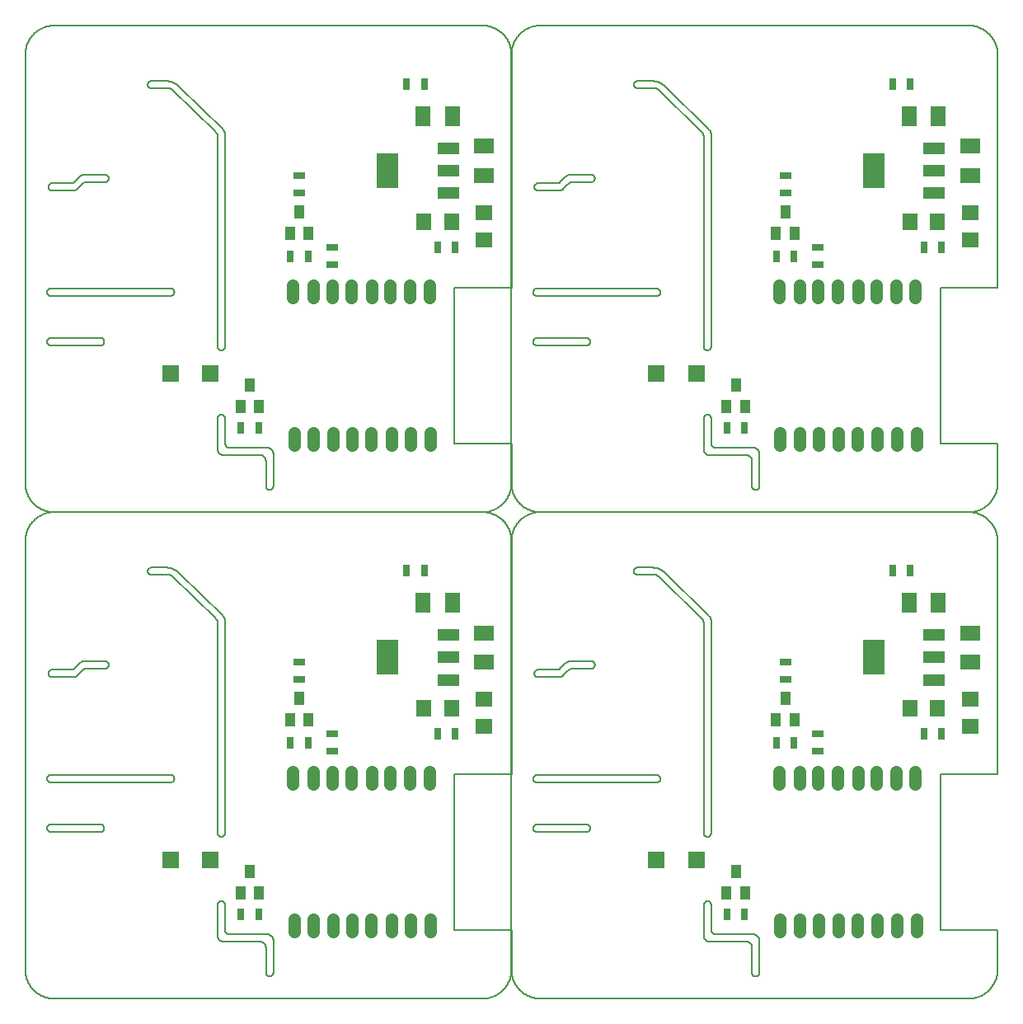
<source format=gbp>
G75*
%MOIN*%
%OFA0B0*%
%FSLAX25Y25*%
%IPPOS*%
%LPD*%
%AMOC8*
5,1,8,0,0,1.08239X$1,22.5*
%
%ADD10C,0.00800*%
%ADD11C,0.00500*%
%ADD12R,0.08800X0.04800*%
%ADD13R,0.08661X0.14173*%
%ADD14R,0.07874X0.05906*%
%ADD15R,0.06299X0.07087*%
%ADD16R,0.03150X0.04724*%
%ADD17C,0.05000*%
%ADD18R,0.03937X0.05512*%
%ADD19R,0.04724X0.03150*%
%ADD20R,0.07087X0.06693*%
%ADD21R,0.07087X0.06299*%
%ADD22R,0.05906X0.07874*%
D10*
X0012962Y0001400D02*
X0186190Y0001400D01*
X0186475Y0001403D01*
X0186761Y0001414D01*
X0187046Y0001431D01*
X0187330Y0001455D01*
X0187614Y0001486D01*
X0187897Y0001524D01*
X0188178Y0001569D01*
X0188459Y0001620D01*
X0188739Y0001678D01*
X0189017Y0001743D01*
X0189293Y0001815D01*
X0189567Y0001893D01*
X0189840Y0001978D01*
X0190110Y0002070D01*
X0190378Y0002168D01*
X0190644Y0002272D01*
X0190907Y0002383D01*
X0191167Y0002500D01*
X0191425Y0002623D01*
X0191679Y0002753D01*
X0191930Y0002889D01*
X0192178Y0003030D01*
X0192422Y0003178D01*
X0192663Y0003331D01*
X0192899Y0003491D01*
X0193132Y0003656D01*
X0193361Y0003826D01*
X0193586Y0004002D01*
X0193806Y0004184D01*
X0194022Y0004370D01*
X0194233Y0004562D01*
X0194440Y0004759D01*
X0194642Y0004961D01*
X0194839Y0005168D01*
X0195031Y0005379D01*
X0195217Y0005595D01*
X0195399Y0005815D01*
X0195575Y0006040D01*
X0195745Y0006269D01*
X0195910Y0006502D01*
X0196070Y0006738D01*
X0196223Y0006979D01*
X0196371Y0007223D01*
X0196512Y0007471D01*
X0196648Y0007722D01*
X0196778Y0007976D01*
X0196901Y0008234D01*
X0197018Y0008494D01*
X0197129Y0008757D01*
X0197233Y0009023D01*
X0197331Y0009291D01*
X0197423Y0009561D01*
X0197508Y0009834D01*
X0197586Y0010108D01*
X0197658Y0010384D01*
X0197723Y0010662D01*
X0197781Y0010942D01*
X0197832Y0011223D01*
X0197877Y0011504D01*
X0197915Y0011787D01*
X0197946Y0012071D01*
X0197970Y0012355D01*
X0197987Y0012640D01*
X0197998Y0012926D01*
X0198001Y0013211D01*
X0198001Y0029085D01*
X0174879Y0029085D01*
X0174879Y0092077D01*
X0198001Y0092077D01*
X0198001Y0186439D01*
X0197963Y0186439D02*
X0197963Y0013211D01*
X0197963Y0012924D01*
X0197971Y0012637D01*
X0197985Y0012351D01*
X0198007Y0012065D01*
X0198035Y0011780D01*
X0198071Y0011495D01*
X0198113Y0011211D01*
X0198163Y0010929D01*
X0198219Y0010647D01*
X0198283Y0010368D01*
X0198353Y0010090D01*
X0198430Y0009813D01*
X0198513Y0009539D01*
X0198604Y0009267D01*
X0198701Y0008997D01*
X0198804Y0008729D01*
X0198915Y0008464D01*
X0199031Y0008202D01*
X0199154Y0007943D01*
X0199284Y0007687D01*
X0199419Y0007435D01*
X0199561Y0007185D01*
X0199709Y0006939D01*
X0199863Y0006697D01*
X0200022Y0006459D01*
X0200188Y0006225D01*
X0200359Y0005995D01*
X0200536Y0005769D01*
X0200718Y0005547D01*
X0200906Y0005331D01*
X0201099Y0005118D01*
X0201297Y0004911D01*
X0201500Y0004708D01*
X0201708Y0004511D01*
X0201921Y0004319D01*
X0202139Y0004132D01*
X0202361Y0003950D01*
X0202587Y0003774D01*
X0202818Y0003603D01*
X0203052Y0003439D01*
X0203291Y0003280D01*
X0203534Y0003127D01*
X0203780Y0002979D01*
X0204030Y0002839D01*
X0204283Y0002704D01*
X0204539Y0002575D01*
X0204799Y0002453D01*
X0205061Y0002337D01*
X0205327Y0002228D01*
X0205594Y0002125D01*
X0205865Y0002029D01*
X0206137Y0001939D01*
X0206412Y0001856D01*
X0206688Y0001780D01*
X0206967Y0001711D01*
X0207247Y0001649D01*
X0207528Y0001593D01*
X0207811Y0001544D01*
X0208094Y0001503D01*
X0208379Y0001468D01*
X0208665Y0001441D01*
X0208951Y0001420D01*
X0209237Y0001406D01*
X0209524Y0001400D01*
X0382753Y0001400D01*
X0383038Y0001403D01*
X0383324Y0001414D01*
X0383609Y0001431D01*
X0383893Y0001455D01*
X0384177Y0001486D01*
X0384460Y0001524D01*
X0384741Y0001569D01*
X0385022Y0001620D01*
X0385302Y0001678D01*
X0385580Y0001743D01*
X0385856Y0001815D01*
X0386130Y0001893D01*
X0386403Y0001978D01*
X0386673Y0002070D01*
X0386941Y0002168D01*
X0387207Y0002272D01*
X0387470Y0002383D01*
X0387730Y0002500D01*
X0387988Y0002623D01*
X0388242Y0002753D01*
X0388493Y0002889D01*
X0388741Y0003030D01*
X0388985Y0003178D01*
X0389226Y0003331D01*
X0389462Y0003491D01*
X0389695Y0003656D01*
X0389924Y0003826D01*
X0390149Y0004002D01*
X0390369Y0004184D01*
X0390585Y0004370D01*
X0390796Y0004562D01*
X0391003Y0004759D01*
X0391205Y0004961D01*
X0391402Y0005168D01*
X0391594Y0005379D01*
X0391780Y0005595D01*
X0391962Y0005815D01*
X0392138Y0006040D01*
X0392308Y0006269D01*
X0392473Y0006502D01*
X0392633Y0006738D01*
X0392786Y0006979D01*
X0392934Y0007223D01*
X0393075Y0007471D01*
X0393211Y0007722D01*
X0393341Y0007976D01*
X0393464Y0008234D01*
X0393581Y0008494D01*
X0393692Y0008757D01*
X0393796Y0009023D01*
X0393894Y0009291D01*
X0393986Y0009561D01*
X0394071Y0009834D01*
X0394149Y0010108D01*
X0394221Y0010384D01*
X0394286Y0010662D01*
X0394344Y0010942D01*
X0394395Y0011223D01*
X0394440Y0011504D01*
X0394478Y0011787D01*
X0394509Y0012071D01*
X0394533Y0012355D01*
X0394550Y0012640D01*
X0394561Y0012926D01*
X0394564Y0013211D01*
X0394564Y0029085D01*
X0371442Y0029085D01*
X0371442Y0092077D01*
X0394564Y0092077D01*
X0394564Y0186439D01*
X0394564Y0186440D02*
X0394559Y0186723D01*
X0394547Y0187007D01*
X0394528Y0187290D01*
X0394503Y0187573D01*
X0394471Y0187855D01*
X0394432Y0188136D01*
X0394386Y0188417D01*
X0394333Y0188696D01*
X0394274Y0188973D01*
X0394207Y0189249D01*
X0394135Y0189524D01*
X0394055Y0189796D01*
X0393969Y0190067D01*
X0393877Y0190335D01*
X0393778Y0190602D01*
X0393673Y0190865D01*
X0393561Y0191126D01*
X0393443Y0191385D01*
X0393319Y0191640D01*
X0393189Y0191892D01*
X0393053Y0192141D01*
X0392910Y0192387D01*
X0392762Y0192629D01*
X0392608Y0192868D01*
X0392449Y0193103D01*
X0392283Y0193333D01*
X0392112Y0193560D01*
X0391936Y0193783D01*
X0391755Y0194001D01*
X0391568Y0194215D01*
X0391376Y0194424D01*
X0391179Y0194628D01*
X0390977Y0194828D01*
X0390770Y0195023D01*
X0390559Y0195213D01*
X0390343Y0195397D01*
X0390123Y0195576D01*
X0389899Y0195750D01*
X0389670Y0195919D01*
X0389438Y0196082D01*
X0389201Y0196239D01*
X0388961Y0196390D01*
X0388717Y0196536D01*
X0388470Y0196675D01*
X0388220Y0196809D01*
X0387966Y0196937D01*
X0387709Y0197058D01*
X0387450Y0197173D01*
X0387188Y0197282D01*
X0386923Y0197385D01*
X0386656Y0197481D01*
X0386386Y0197570D01*
X0386115Y0197653D01*
X0385841Y0197730D01*
X0385566Y0197799D01*
X0385289Y0197863D01*
X0385011Y0197919D01*
X0384731Y0197969D01*
X0384451Y0198012D01*
X0384169Y0198048D01*
X0383887Y0198077D01*
X0383604Y0198099D01*
X0383320Y0198115D01*
X0383036Y0198124D01*
X0382752Y0198126D01*
X0382753Y0198125D02*
X0209524Y0198125D01*
X0209524Y0198087D02*
X0382753Y0198087D01*
X0382753Y0198088D02*
X0383038Y0198091D01*
X0383324Y0198102D01*
X0383609Y0198119D01*
X0383893Y0198143D01*
X0384177Y0198174D01*
X0384460Y0198212D01*
X0384741Y0198257D01*
X0385022Y0198308D01*
X0385302Y0198366D01*
X0385580Y0198431D01*
X0385856Y0198503D01*
X0386130Y0198581D01*
X0386403Y0198666D01*
X0386673Y0198758D01*
X0386941Y0198856D01*
X0387207Y0198960D01*
X0387470Y0199071D01*
X0387730Y0199188D01*
X0387988Y0199311D01*
X0388242Y0199441D01*
X0388493Y0199577D01*
X0388741Y0199718D01*
X0388985Y0199866D01*
X0389226Y0200019D01*
X0389462Y0200179D01*
X0389695Y0200344D01*
X0389924Y0200514D01*
X0390149Y0200690D01*
X0390369Y0200872D01*
X0390585Y0201058D01*
X0390796Y0201250D01*
X0391003Y0201447D01*
X0391205Y0201649D01*
X0391402Y0201856D01*
X0391594Y0202067D01*
X0391780Y0202283D01*
X0391962Y0202503D01*
X0392138Y0202728D01*
X0392308Y0202957D01*
X0392473Y0203190D01*
X0392633Y0203426D01*
X0392786Y0203667D01*
X0392934Y0203911D01*
X0393075Y0204159D01*
X0393211Y0204410D01*
X0393341Y0204664D01*
X0393464Y0204922D01*
X0393581Y0205182D01*
X0393692Y0205445D01*
X0393796Y0205711D01*
X0393894Y0205979D01*
X0393986Y0206249D01*
X0394071Y0206522D01*
X0394149Y0206796D01*
X0394221Y0207072D01*
X0394286Y0207350D01*
X0394344Y0207630D01*
X0394395Y0207911D01*
X0394440Y0208192D01*
X0394478Y0208475D01*
X0394509Y0208759D01*
X0394533Y0209043D01*
X0394550Y0209328D01*
X0394561Y0209614D01*
X0394564Y0209899D01*
X0394564Y0225773D01*
X0371442Y0225773D01*
X0371442Y0288765D01*
X0394564Y0288765D01*
X0394564Y0383127D01*
X0394559Y0383410D01*
X0394547Y0383694D01*
X0394528Y0383977D01*
X0394503Y0384260D01*
X0394471Y0384542D01*
X0394432Y0384823D01*
X0394386Y0385104D01*
X0394333Y0385383D01*
X0394274Y0385660D01*
X0394207Y0385936D01*
X0394135Y0386211D01*
X0394055Y0386483D01*
X0393969Y0386754D01*
X0393877Y0387022D01*
X0393778Y0387289D01*
X0393673Y0387552D01*
X0393561Y0387813D01*
X0393443Y0388072D01*
X0393319Y0388327D01*
X0393189Y0388579D01*
X0393053Y0388828D01*
X0392910Y0389074D01*
X0392762Y0389316D01*
X0392608Y0389555D01*
X0392449Y0389790D01*
X0392283Y0390020D01*
X0392112Y0390247D01*
X0391936Y0390470D01*
X0391755Y0390688D01*
X0391568Y0390902D01*
X0391376Y0391111D01*
X0391179Y0391315D01*
X0390977Y0391515D01*
X0390770Y0391710D01*
X0390559Y0391900D01*
X0390343Y0392084D01*
X0390123Y0392263D01*
X0389899Y0392437D01*
X0389670Y0392606D01*
X0389438Y0392769D01*
X0389201Y0392926D01*
X0388961Y0393077D01*
X0388717Y0393223D01*
X0388470Y0393362D01*
X0388220Y0393496D01*
X0387966Y0393624D01*
X0387709Y0393745D01*
X0387450Y0393860D01*
X0387188Y0393969D01*
X0386923Y0394072D01*
X0386656Y0394168D01*
X0386386Y0394257D01*
X0386115Y0394340D01*
X0385841Y0394417D01*
X0385566Y0394486D01*
X0385289Y0394550D01*
X0385011Y0394606D01*
X0384731Y0394656D01*
X0384451Y0394699D01*
X0384169Y0394735D01*
X0383887Y0394764D01*
X0383604Y0394786D01*
X0383320Y0394802D01*
X0383036Y0394811D01*
X0382752Y0394813D01*
X0382753Y0394813D02*
X0209524Y0394813D01*
X0209244Y0394808D01*
X0208963Y0394796D01*
X0208683Y0394778D01*
X0208403Y0394753D01*
X0208124Y0394721D01*
X0207846Y0394682D01*
X0207568Y0394636D01*
X0207292Y0394584D01*
X0207018Y0394526D01*
X0206745Y0394460D01*
X0206473Y0394388D01*
X0206203Y0394310D01*
X0205936Y0394225D01*
X0205670Y0394133D01*
X0205407Y0394035D01*
X0205146Y0393931D01*
X0204888Y0393821D01*
X0204632Y0393704D01*
X0204379Y0393581D01*
X0204130Y0393452D01*
X0203883Y0393317D01*
X0203640Y0393177D01*
X0203401Y0393030D01*
X0203165Y0392878D01*
X0202932Y0392720D01*
X0202704Y0392556D01*
X0202480Y0392387D01*
X0202260Y0392213D01*
X0202044Y0392033D01*
X0201832Y0391848D01*
X0201625Y0391658D01*
X0201423Y0391463D01*
X0201225Y0391264D01*
X0201033Y0391059D01*
X0200845Y0390850D01*
X0200662Y0390637D01*
X0200485Y0390419D01*
X0200313Y0390197D01*
X0200146Y0389971D01*
X0199985Y0389741D01*
X0199830Y0389507D01*
X0199680Y0389269D01*
X0199536Y0389028D01*
X0199398Y0388783D01*
X0199266Y0388536D01*
X0199139Y0388285D01*
X0199019Y0388031D01*
X0198905Y0387774D01*
X0198798Y0387514D01*
X0198696Y0387252D01*
X0198601Y0386988D01*
X0198513Y0386722D01*
X0198431Y0386453D01*
X0198355Y0386182D01*
X0198286Y0385910D01*
X0198224Y0385636D01*
X0198168Y0385361D01*
X0198119Y0385084D01*
X0198076Y0384807D01*
X0198040Y0384528D01*
X0198011Y0384249D01*
X0197989Y0383969D01*
X0197974Y0383688D01*
X0197965Y0383407D01*
X0197963Y0383126D01*
X0197963Y0383127D02*
X0197963Y0209899D01*
X0198001Y0209899D02*
X0198001Y0225773D01*
X0174879Y0225773D01*
X0174879Y0288765D01*
X0198001Y0288765D01*
X0198001Y0383127D01*
X0198002Y0383127D02*
X0197997Y0383410D01*
X0197985Y0383694D01*
X0197966Y0383977D01*
X0197941Y0384260D01*
X0197909Y0384542D01*
X0197870Y0384823D01*
X0197824Y0385104D01*
X0197771Y0385383D01*
X0197712Y0385660D01*
X0197645Y0385936D01*
X0197573Y0386211D01*
X0197493Y0386483D01*
X0197407Y0386754D01*
X0197315Y0387022D01*
X0197216Y0387289D01*
X0197111Y0387552D01*
X0196999Y0387813D01*
X0196881Y0388072D01*
X0196757Y0388327D01*
X0196627Y0388579D01*
X0196491Y0388828D01*
X0196348Y0389074D01*
X0196200Y0389316D01*
X0196046Y0389555D01*
X0195887Y0389790D01*
X0195721Y0390020D01*
X0195550Y0390247D01*
X0195374Y0390470D01*
X0195193Y0390688D01*
X0195006Y0390902D01*
X0194814Y0391111D01*
X0194617Y0391315D01*
X0194415Y0391515D01*
X0194208Y0391710D01*
X0193997Y0391900D01*
X0193781Y0392084D01*
X0193561Y0392263D01*
X0193337Y0392437D01*
X0193108Y0392606D01*
X0192876Y0392769D01*
X0192639Y0392926D01*
X0192399Y0393077D01*
X0192155Y0393223D01*
X0191908Y0393362D01*
X0191658Y0393496D01*
X0191404Y0393624D01*
X0191147Y0393745D01*
X0190888Y0393860D01*
X0190626Y0393969D01*
X0190361Y0394072D01*
X0190094Y0394168D01*
X0189824Y0394257D01*
X0189553Y0394340D01*
X0189279Y0394417D01*
X0189004Y0394486D01*
X0188727Y0394550D01*
X0188449Y0394606D01*
X0188169Y0394656D01*
X0187889Y0394699D01*
X0187607Y0394735D01*
X0187325Y0394764D01*
X0187042Y0394786D01*
X0186758Y0394802D01*
X0186474Y0394811D01*
X0186190Y0394813D01*
X0012962Y0394813D01*
X0012961Y0394813D02*
X0012681Y0394808D01*
X0012400Y0394796D01*
X0012120Y0394778D01*
X0011840Y0394753D01*
X0011561Y0394721D01*
X0011283Y0394682D01*
X0011005Y0394636D01*
X0010729Y0394584D01*
X0010455Y0394526D01*
X0010182Y0394460D01*
X0009910Y0394388D01*
X0009640Y0394310D01*
X0009373Y0394225D01*
X0009107Y0394133D01*
X0008844Y0394035D01*
X0008583Y0393931D01*
X0008325Y0393821D01*
X0008069Y0393704D01*
X0007816Y0393581D01*
X0007567Y0393452D01*
X0007320Y0393317D01*
X0007077Y0393177D01*
X0006838Y0393030D01*
X0006602Y0392878D01*
X0006369Y0392720D01*
X0006141Y0392556D01*
X0005917Y0392387D01*
X0005697Y0392213D01*
X0005481Y0392033D01*
X0005269Y0391848D01*
X0005062Y0391658D01*
X0004860Y0391463D01*
X0004662Y0391264D01*
X0004470Y0391059D01*
X0004282Y0390850D01*
X0004099Y0390637D01*
X0003922Y0390419D01*
X0003750Y0390197D01*
X0003583Y0389971D01*
X0003422Y0389741D01*
X0003267Y0389507D01*
X0003117Y0389269D01*
X0002973Y0389028D01*
X0002835Y0388783D01*
X0002703Y0388536D01*
X0002576Y0388285D01*
X0002456Y0388031D01*
X0002342Y0387774D01*
X0002235Y0387514D01*
X0002133Y0387252D01*
X0002038Y0386988D01*
X0001950Y0386722D01*
X0001868Y0386453D01*
X0001792Y0386182D01*
X0001723Y0385910D01*
X0001661Y0385636D01*
X0001605Y0385361D01*
X0001556Y0385084D01*
X0001513Y0384807D01*
X0001477Y0384528D01*
X0001448Y0384249D01*
X0001426Y0383969D01*
X0001411Y0383688D01*
X0001402Y0383407D01*
X0001400Y0383126D01*
X0001401Y0383127D02*
X0001401Y0209899D01*
X0001401Y0209612D01*
X0001409Y0209325D01*
X0001423Y0209039D01*
X0001445Y0208753D01*
X0001473Y0208468D01*
X0001509Y0208183D01*
X0001551Y0207899D01*
X0001601Y0207617D01*
X0001657Y0207335D01*
X0001721Y0207056D01*
X0001791Y0206778D01*
X0001868Y0206501D01*
X0001951Y0206227D01*
X0002042Y0205955D01*
X0002139Y0205685D01*
X0002242Y0205417D01*
X0002353Y0205152D01*
X0002469Y0204890D01*
X0002592Y0204631D01*
X0002722Y0204375D01*
X0002857Y0204123D01*
X0002999Y0203873D01*
X0003147Y0203627D01*
X0003301Y0203385D01*
X0003460Y0203147D01*
X0003626Y0202913D01*
X0003797Y0202683D01*
X0003974Y0202457D01*
X0004156Y0202235D01*
X0004344Y0202019D01*
X0004537Y0201806D01*
X0004735Y0201599D01*
X0004938Y0201396D01*
X0005146Y0201199D01*
X0005359Y0201007D01*
X0005577Y0200820D01*
X0005799Y0200638D01*
X0006025Y0200462D01*
X0006256Y0200291D01*
X0006490Y0200127D01*
X0006729Y0199968D01*
X0006972Y0199815D01*
X0007218Y0199667D01*
X0007468Y0199527D01*
X0007721Y0199392D01*
X0007977Y0199263D01*
X0008237Y0199141D01*
X0008499Y0199025D01*
X0008765Y0198916D01*
X0009032Y0198813D01*
X0009303Y0198717D01*
X0009575Y0198627D01*
X0009850Y0198544D01*
X0010126Y0198468D01*
X0010405Y0198399D01*
X0010685Y0198337D01*
X0010966Y0198281D01*
X0011249Y0198232D01*
X0011532Y0198191D01*
X0011817Y0198156D01*
X0012103Y0198129D01*
X0012389Y0198108D01*
X0012675Y0198094D01*
X0012962Y0198088D01*
X0012962Y0198087D02*
X0186190Y0198087D01*
X0186190Y0198125D02*
X0012962Y0198125D01*
X0012961Y0198126D02*
X0012681Y0198121D01*
X0012400Y0198109D01*
X0012120Y0198091D01*
X0011840Y0198066D01*
X0011561Y0198034D01*
X0011283Y0197995D01*
X0011005Y0197949D01*
X0010729Y0197897D01*
X0010455Y0197839D01*
X0010182Y0197773D01*
X0009910Y0197701D01*
X0009640Y0197623D01*
X0009373Y0197538D01*
X0009107Y0197446D01*
X0008844Y0197348D01*
X0008583Y0197244D01*
X0008325Y0197134D01*
X0008069Y0197017D01*
X0007816Y0196894D01*
X0007567Y0196765D01*
X0007320Y0196630D01*
X0007077Y0196490D01*
X0006838Y0196343D01*
X0006602Y0196191D01*
X0006369Y0196033D01*
X0006141Y0195869D01*
X0005917Y0195700D01*
X0005697Y0195526D01*
X0005481Y0195346D01*
X0005269Y0195161D01*
X0005062Y0194971D01*
X0004860Y0194776D01*
X0004662Y0194577D01*
X0004470Y0194372D01*
X0004282Y0194163D01*
X0004099Y0193950D01*
X0003922Y0193732D01*
X0003750Y0193510D01*
X0003583Y0193284D01*
X0003422Y0193054D01*
X0003267Y0192820D01*
X0003117Y0192582D01*
X0002973Y0192341D01*
X0002835Y0192096D01*
X0002703Y0191849D01*
X0002576Y0191598D01*
X0002456Y0191344D01*
X0002342Y0191087D01*
X0002235Y0190827D01*
X0002133Y0190565D01*
X0002038Y0190301D01*
X0001950Y0190035D01*
X0001868Y0189766D01*
X0001792Y0189495D01*
X0001723Y0189223D01*
X0001661Y0188949D01*
X0001605Y0188674D01*
X0001556Y0188397D01*
X0001513Y0188120D01*
X0001477Y0187841D01*
X0001448Y0187562D01*
X0001426Y0187282D01*
X0001411Y0187001D01*
X0001402Y0186720D01*
X0001400Y0186439D01*
X0001401Y0186439D02*
X0001401Y0013211D01*
X0001401Y0012924D01*
X0001409Y0012637D01*
X0001423Y0012351D01*
X0001445Y0012065D01*
X0001473Y0011780D01*
X0001509Y0011495D01*
X0001551Y0011211D01*
X0001601Y0010929D01*
X0001657Y0010647D01*
X0001721Y0010368D01*
X0001791Y0010090D01*
X0001868Y0009813D01*
X0001951Y0009539D01*
X0002042Y0009267D01*
X0002139Y0008997D01*
X0002242Y0008729D01*
X0002353Y0008464D01*
X0002469Y0008202D01*
X0002592Y0007943D01*
X0002722Y0007687D01*
X0002857Y0007435D01*
X0002999Y0007185D01*
X0003147Y0006939D01*
X0003301Y0006697D01*
X0003460Y0006459D01*
X0003626Y0006225D01*
X0003797Y0005995D01*
X0003974Y0005769D01*
X0004156Y0005547D01*
X0004344Y0005331D01*
X0004537Y0005118D01*
X0004735Y0004911D01*
X0004938Y0004708D01*
X0005146Y0004511D01*
X0005359Y0004319D01*
X0005577Y0004132D01*
X0005799Y0003950D01*
X0006025Y0003774D01*
X0006256Y0003603D01*
X0006490Y0003439D01*
X0006729Y0003280D01*
X0006972Y0003127D01*
X0007218Y0002979D01*
X0007468Y0002839D01*
X0007721Y0002704D01*
X0007977Y0002575D01*
X0008237Y0002453D01*
X0008499Y0002337D01*
X0008765Y0002228D01*
X0009032Y0002125D01*
X0009303Y0002029D01*
X0009575Y0001939D01*
X0009850Y0001856D01*
X0010126Y0001780D01*
X0010405Y0001711D01*
X0010685Y0001649D01*
X0010966Y0001593D01*
X0011249Y0001544D01*
X0011532Y0001503D01*
X0011817Y0001468D01*
X0012103Y0001441D01*
X0012389Y0001420D01*
X0012675Y0001406D01*
X0012962Y0001400D01*
X0198002Y0186440D02*
X0197997Y0186723D01*
X0197985Y0187007D01*
X0197966Y0187290D01*
X0197941Y0187573D01*
X0197909Y0187855D01*
X0197870Y0188136D01*
X0197824Y0188417D01*
X0197771Y0188696D01*
X0197712Y0188973D01*
X0197645Y0189249D01*
X0197573Y0189524D01*
X0197493Y0189796D01*
X0197407Y0190067D01*
X0197315Y0190335D01*
X0197216Y0190602D01*
X0197111Y0190865D01*
X0196999Y0191126D01*
X0196881Y0191385D01*
X0196757Y0191640D01*
X0196627Y0191892D01*
X0196491Y0192141D01*
X0196348Y0192387D01*
X0196200Y0192629D01*
X0196046Y0192868D01*
X0195887Y0193103D01*
X0195721Y0193333D01*
X0195550Y0193560D01*
X0195374Y0193783D01*
X0195193Y0194001D01*
X0195006Y0194215D01*
X0194814Y0194424D01*
X0194617Y0194628D01*
X0194415Y0194828D01*
X0194208Y0195023D01*
X0193997Y0195213D01*
X0193781Y0195397D01*
X0193561Y0195576D01*
X0193337Y0195750D01*
X0193108Y0195919D01*
X0192876Y0196082D01*
X0192639Y0196239D01*
X0192399Y0196390D01*
X0192155Y0196536D01*
X0191908Y0196675D01*
X0191658Y0196809D01*
X0191404Y0196937D01*
X0191147Y0197058D01*
X0190888Y0197173D01*
X0190626Y0197282D01*
X0190361Y0197385D01*
X0190094Y0197481D01*
X0189824Y0197570D01*
X0189553Y0197653D01*
X0189279Y0197730D01*
X0189004Y0197799D01*
X0188727Y0197863D01*
X0188449Y0197919D01*
X0188169Y0197969D01*
X0187889Y0198012D01*
X0187607Y0198048D01*
X0187325Y0198077D01*
X0187042Y0198099D01*
X0186758Y0198115D01*
X0186474Y0198124D01*
X0186190Y0198126D01*
X0186190Y0198088D02*
X0186475Y0198091D01*
X0186761Y0198102D01*
X0187046Y0198119D01*
X0187330Y0198143D01*
X0187614Y0198174D01*
X0187897Y0198212D01*
X0188178Y0198257D01*
X0188459Y0198308D01*
X0188739Y0198366D01*
X0189017Y0198431D01*
X0189293Y0198503D01*
X0189567Y0198581D01*
X0189840Y0198666D01*
X0190110Y0198758D01*
X0190378Y0198856D01*
X0190644Y0198960D01*
X0190907Y0199071D01*
X0191167Y0199188D01*
X0191425Y0199311D01*
X0191679Y0199441D01*
X0191930Y0199577D01*
X0192178Y0199718D01*
X0192422Y0199866D01*
X0192663Y0200019D01*
X0192899Y0200179D01*
X0193132Y0200344D01*
X0193361Y0200514D01*
X0193586Y0200690D01*
X0193806Y0200872D01*
X0194022Y0201058D01*
X0194233Y0201250D01*
X0194440Y0201447D01*
X0194642Y0201649D01*
X0194839Y0201856D01*
X0195031Y0202067D01*
X0195217Y0202283D01*
X0195399Y0202503D01*
X0195575Y0202728D01*
X0195745Y0202957D01*
X0195910Y0203190D01*
X0196070Y0203426D01*
X0196223Y0203667D01*
X0196371Y0203911D01*
X0196512Y0204159D01*
X0196648Y0204410D01*
X0196778Y0204664D01*
X0196901Y0204922D01*
X0197018Y0205182D01*
X0197129Y0205445D01*
X0197233Y0205711D01*
X0197331Y0205979D01*
X0197423Y0206249D01*
X0197508Y0206522D01*
X0197586Y0206796D01*
X0197658Y0207072D01*
X0197723Y0207350D01*
X0197781Y0207630D01*
X0197832Y0207911D01*
X0197877Y0208192D01*
X0197915Y0208475D01*
X0197946Y0208759D01*
X0197970Y0209043D01*
X0197987Y0209328D01*
X0197998Y0209614D01*
X0198001Y0209899D01*
X0197963Y0209899D02*
X0197963Y0209612D01*
X0197971Y0209325D01*
X0197985Y0209039D01*
X0198007Y0208753D01*
X0198035Y0208468D01*
X0198071Y0208183D01*
X0198113Y0207899D01*
X0198163Y0207617D01*
X0198219Y0207335D01*
X0198283Y0207056D01*
X0198353Y0206778D01*
X0198430Y0206501D01*
X0198513Y0206227D01*
X0198604Y0205955D01*
X0198701Y0205685D01*
X0198804Y0205417D01*
X0198915Y0205152D01*
X0199031Y0204890D01*
X0199154Y0204631D01*
X0199284Y0204375D01*
X0199419Y0204123D01*
X0199561Y0203873D01*
X0199709Y0203627D01*
X0199863Y0203385D01*
X0200022Y0203147D01*
X0200188Y0202913D01*
X0200359Y0202683D01*
X0200536Y0202457D01*
X0200718Y0202235D01*
X0200906Y0202019D01*
X0201099Y0201806D01*
X0201297Y0201599D01*
X0201500Y0201396D01*
X0201708Y0201199D01*
X0201921Y0201007D01*
X0202139Y0200820D01*
X0202361Y0200638D01*
X0202587Y0200462D01*
X0202818Y0200291D01*
X0203052Y0200127D01*
X0203291Y0199968D01*
X0203534Y0199815D01*
X0203780Y0199667D01*
X0204030Y0199527D01*
X0204283Y0199392D01*
X0204539Y0199263D01*
X0204799Y0199141D01*
X0205061Y0199025D01*
X0205327Y0198916D01*
X0205594Y0198813D01*
X0205865Y0198717D01*
X0206137Y0198627D01*
X0206412Y0198544D01*
X0206688Y0198468D01*
X0206967Y0198399D01*
X0207247Y0198337D01*
X0207528Y0198281D01*
X0207811Y0198232D01*
X0208094Y0198191D01*
X0208379Y0198156D01*
X0208665Y0198129D01*
X0208951Y0198108D01*
X0209237Y0198094D01*
X0209524Y0198088D01*
X0209524Y0198126D02*
X0209244Y0198121D01*
X0208963Y0198109D01*
X0208683Y0198091D01*
X0208403Y0198066D01*
X0208124Y0198034D01*
X0207846Y0197995D01*
X0207568Y0197949D01*
X0207292Y0197897D01*
X0207018Y0197839D01*
X0206745Y0197773D01*
X0206473Y0197701D01*
X0206203Y0197623D01*
X0205936Y0197538D01*
X0205670Y0197446D01*
X0205407Y0197348D01*
X0205146Y0197244D01*
X0204888Y0197134D01*
X0204632Y0197017D01*
X0204379Y0196894D01*
X0204130Y0196765D01*
X0203883Y0196630D01*
X0203640Y0196490D01*
X0203401Y0196343D01*
X0203165Y0196191D01*
X0202932Y0196033D01*
X0202704Y0195869D01*
X0202480Y0195700D01*
X0202260Y0195526D01*
X0202044Y0195346D01*
X0201832Y0195161D01*
X0201625Y0194971D01*
X0201423Y0194776D01*
X0201225Y0194577D01*
X0201033Y0194372D01*
X0200845Y0194163D01*
X0200662Y0193950D01*
X0200485Y0193732D01*
X0200313Y0193510D01*
X0200146Y0193284D01*
X0199985Y0193054D01*
X0199830Y0192820D01*
X0199680Y0192582D01*
X0199536Y0192341D01*
X0199398Y0192096D01*
X0199266Y0191849D01*
X0199139Y0191598D01*
X0199019Y0191344D01*
X0198905Y0191087D01*
X0198798Y0190827D01*
X0198696Y0190565D01*
X0198601Y0190301D01*
X0198513Y0190035D01*
X0198431Y0189766D01*
X0198355Y0189495D01*
X0198286Y0189223D01*
X0198224Y0188949D01*
X0198168Y0188674D01*
X0198119Y0188397D01*
X0198076Y0188120D01*
X0198040Y0187841D01*
X0198011Y0187562D01*
X0197989Y0187282D01*
X0197974Y0187001D01*
X0197965Y0186720D01*
X0197963Y0186439D01*
D11*
X0248713Y0175650D02*
X0255463Y0175650D01*
X0255499Y0172900D02*
X0248713Y0172900D01*
X0248641Y0172908D01*
X0248570Y0172920D01*
X0248499Y0172936D01*
X0248430Y0172956D01*
X0248361Y0172979D01*
X0248294Y0173006D01*
X0248228Y0173036D01*
X0248164Y0173069D01*
X0248102Y0173106D01*
X0248042Y0173146D01*
X0247984Y0173190D01*
X0247928Y0173236D01*
X0247875Y0173285D01*
X0247825Y0173337D01*
X0247777Y0173391D01*
X0247732Y0173448D01*
X0247690Y0173507D01*
X0247652Y0173568D01*
X0247616Y0173631D01*
X0247584Y0173696D01*
X0247556Y0173762D01*
X0247531Y0173830D01*
X0247509Y0173899D01*
X0247491Y0173969D01*
X0247477Y0174040D01*
X0247467Y0174111D01*
X0247460Y0174183D01*
X0247457Y0174256D01*
X0247458Y0174328D01*
X0247463Y0174400D01*
X0247465Y0174468D01*
X0247470Y0174535D01*
X0247479Y0174602D01*
X0247492Y0174669D01*
X0247509Y0174734D01*
X0247528Y0174799D01*
X0247552Y0174863D01*
X0247579Y0174925D01*
X0247609Y0174986D01*
X0247642Y0175044D01*
X0247678Y0175101D01*
X0247718Y0175156D01*
X0247760Y0175209D01*
X0247806Y0175260D01*
X0247853Y0175307D01*
X0247904Y0175353D01*
X0247957Y0175395D01*
X0248012Y0175435D01*
X0248069Y0175471D01*
X0248127Y0175504D01*
X0248188Y0175534D01*
X0248250Y0175561D01*
X0248314Y0175585D01*
X0248379Y0175604D01*
X0248444Y0175621D01*
X0248511Y0175634D01*
X0248578Y0175643D01*
X0248645Y0175648D01*
X0248713Y0175650D01*
X0255499Y0172900D02*
X0255600Y0172901D01*
X0255702Y0172899D01*
X0255803Y0172892D01*
X0255904Y0172883D01*
X0256005Y0172869D01*
X0256105Y0172851D01*
X0256204Y0172830D01*
X0256303Y0172805D01*
X0256400Y0172777D01*
X0256497Y0172744D01*
X0256592Y0172709D01*
X0256686Y0172669D01*
X0256778Y0172627D01*
X0256868Y0172580D01*
X0256957Y0172531D01*
X0257044Y0172478D01*
X0257129Y0172422D01*
X0257211Y0172363D01*
X0257292Y0172301D01*
X0257369Y0172235D01*
X0257445Y0172167D01*
X0257445Y0172168D02*
X0274981Y0155132D01*
X0277982Y0156132D02*
X0278052Y0156046D01*
X0278120Y0155958D01*
X0278184Y0155867D01*
X0278245Y0155774D01*
X0278302Y0155679D01*
X0278356Y0155582D01*
X0278407Y0155483D01*
X0278454Y0155382D01*
X0278498Y0155280D01*
X0278537Y0155176D01*
X0278573Y0155071D01*
X0278606Y0154964D01*
X0278634Y0154857D01*
X0278659Y0154749D01*
X0278679Y0154639D01*
X0278696Y0154529D01*
X0278709Y0154419D01*
X0278718Y0154308D01*
X0278723Y0154197D01*
X0278724Y0154086D01*
X0278721Y0153975D01*
X0278714Y0153864D01*
X0278713Y0153864D02*
X0278713Y0153900D01*
X0278713Y0153864D02*
X0278713Y0068400D01*
X0278711Y0068324D01*
X0278705Y0068248D01*
X0278696Y0068173D01*
X0278682Y0068098D01*
X0278665Y0068024D01*
X0278644Y0067951D01*
X0278620Y0067879D01*
X0278591Y0067808D01*
X0278560Y0067739D01*
X0278525Y0067672D01*
X0278486Y0067607D01*
X0278444Y0067543D01*
X0278399Y0067482D01*
X0278351Y0067423D01*
X0278300Y0067367D01*
X0278246Y0067313D01*
X0278190Y0067262D01*
X0278131Y0067214D01*
X0278070Y0067169D01*
X0278006Y0067127D01*
X0277941Y0067088D01*
X0277874Y0067053D01*
X0277805Y0067022D01*
X0277734Y0066993D01*
X0277662Y0066969D01*
X0277589Y0066948D01*
X0277515Y0066931D01*
X0277440Y0066917D01*
X0277365Y0066908D01*
X0277289Y0066902D01*
X0277213Y0066900D01*
X0277137Y0066902D01*
X0277061Y0066908D01*
X0276986Y0066917D01*
X0276911Y0066931D01*
X0276837Y0066948D01*
X0276764Y0066969D01*
X0276692Y0066993D01*
X0276621Y0067022D01*
X0276552Y0067053D01*
X0276485Y0067088D01*
X0276420Y0067127D01*
X0276356Y0067169D01*
X0276295Y0067214D01*
X0276236Y0067262D01*
X0276180Y0067313D01*
X0276126Y0067367D01*
X0276075Y0067423D01*
X0276027Y0067482D01*
X0275982Y0067543D01*
X0275940Y0067607D01*
X0275901Y0067672D01*
X0275866Y0067739D01*
X0275835Y0067808D01*
X0275806Y0067879D01*
X0275782Y0067951D01*
X0275761Y0068024D01*
X0275744Y0068098D01*
X0275730Y0068173D01*
X0275721Y0068248D01*
X0275715Y0068324D01*
X0275713Y0068400D01*
X0275713Y0153364D01*
X0275713Y0153400D01*
X0275713Y0153364D02*
X0275711Y0153462D01*
X0275705Y0153560D01*
X0275696Y0153658D01*
X0275682Y0153755D01*
X0275665Y0153852D01*
X0275644Y0153948D01*
X0275619Y0154043D01*
X0275591Y0154137D01*
X0275558Y0154229D01*
X0275523Y0154321D01*
X0275483Y0154411D01*
X0275441Y0154499D01*
X0275394Y0154586D01*
X0275345Y0154670D01*
X0275292Y0154753D01*
X0275236Y0154833D01*
X0275176Y0154912D01*
X0275114Y0154988D01*
X0275049Y0155061D01*
X0274981Y0155132D01*
X0277981Y0156132D02*
X0260067Y0173546D01*
X0259958Y0173660D01*
X0259847Y0173771D01*
X0259733Y0173880D01*
X0259617Y0173986D01*
X0259498Y0174089D01*
X0259377Y0174189D01*
X0259253Y0174287D01*
X0259127Y0174381D01*
X0258999Y0174472D01*
X0258868Y0174560D01*
X0258736Y0174646D01*
X0258602Y0174728D01*
X0258465Y0174806D01*
X0258327Y0174882D01*
X0258187Y0174954D01*
X0258046Y0175023D01*
X0257903Y0175088D01*
X0257758Y0175150D01*
X0257612Y0175209D01*
X0257464Y0175264D01*
X0257316Y0175315D01*
X0257166Y0175363D01*
X0257015Y0175407D01*
X0256863Y0175448D01*
X0256710Y0175485D01*
X0256556Y0175519D01*
X0256402Y0175549D01*
X0256246Y0175575D01*
X0256091Y0175597D01*
X0255934Y0175616D01*
X0255778Y0175631D01*
X0255621Y0175642D01*
X0255463Y0175650D01*
X0230213Y0137900D02*
X0222249Y0137900D01*
X0219981Y0137168D02*
X0217567Y0134754D01*
X0218946Y0132132D02*
X0218875Y0132064D01*
X0218802Y0131999D01*
X0218726Y0131937D01*
X0218647Y0131877D01*
X0218567Y0131821D01*
X0218484Y0131768D01*
X0218400Y0131719D01*
X0218313Y0131672D01*
X0218225Y0131630D01*
X0218135Y0131590D01*
X0218043Y0131555D01*
X0217951Y0131522D01*
X0217857Y0131494D01*
X0217762Y0131469D01*
X0217666Y0131448D01*
X0217569Y0131431D01*
X0217472Y0131417D01*
X0217374Y0131408D01*
X0217276Y0131402D01*
X0217178Y0131400D01*
X0208713Y0131400D01*
X0207213Y0132900D02*
X0207215Y0132976D01*
X0207221Y0133052D01*
X0207230Y0133127D01*
X0207244Y0133202D01*
X0207261Y0133276D01*
X0207282Y0133349D01*
X0207306Y0133421D01*
X0207335Y0133492D01*
X0207366Y0133561D01*
X0207401Y0133628D01*
X0207440Y0133693D01*
X0207482Y0133757D01*
X0207527Y0133818D01*
X0207575Y0133877D01*
X0207626Y0133933D01*
X0207680Y0133987D01*
X0207736Y0134038D01*
X0207795Y0134086D01*
X0207856Y0134131D01*
X0207920Y0134173D01*
X0207985Y0134212D01*
X0208052Y0134247D01*
X0208121Y0134278D01*
X0208192Y0134307D01*
X0208264Y0134331D01*
X0208337Y0134352D01*
X0208411Y0134369D01*
X0208486Y0134383D01*
X0208561Y0134392D01*
X0208637Y0134398D01*
X0208713Y0134400D01*
X0216213Y0134400D01*
X0216297Y0134391D01*
X0216381Y0134385D01*
X0216466Y0134383D01*
X0216550Y0134385D01*
X0216634Y0134391D01*
X0216718Y0134401D01*
X0216801Y0134415D01*
X0216884Y0134432D01*
X0216966Y0134453D01*
X0217046Y0134479D01*
X0217126Y0134507D01*
X0217204Y0134540D01*
X0217280Y0134576D01*
X0217355Y0134615D01*
X0217427Y0134658D01*
X0217498Y0134704D01*
X0217567Y0134754D01*
X0218945Y0132132D02*
X0220981Y0134168D01*
X0219981Y0137168D02*
X0220063Y0137235D01*
X0220148Y0137300D01*
X0220234Y0137362D01*
X0220323Y0137420D01*
X0220413Y0137476D01*
X0220506Y0137529D01*
X0220600Y0137578D01*
X0220696Y0137624D01*
X0220793Y0137667D01*
X0220892Y0137706D01*
X0220992Y0137743D01*
X0221093Y0137775D01*
X0221195Y0137804D01*
X0221298Y0137830D01*
X0221402Y0137852D01*
X0221507Y0137871D01*
X0221612Y0137886D01*
X0221718Y0137897D01*
X0221824Y0137905D01*
X0221930Y0137909D01*
X0222037Y0137910D01*
X0222143Y0137907D01*
X0222249Y0137900D01*
X0222749Y0134900D02*
X0230213Y0134900D01*
X0231713Y0136400D02*
X0231711Y0136476D01*
X0231705Y0136552D01*
X0231696Y0136627D01*
X0231682Y0136702D01*
X0231665Y0136776D01*
X0231644Y0136849D01*
X0231620Y0136921D01*
X0231591Y0136992D01*
X0231560Y0137061D01*
X0231525Y0137128D01*
X0231486Y0137193D01*
X0231444Y0137257D01*
X0231399Y0137318D01*
X0231351Y0137377D01*
X0231300Y0137433D01*
X0231246Y0137487D01*
X0231190Y0137538D01*
X0231131Y0137586D01*
X0231070Y0137631D01*
X0231006Y0137673D01*
X0230941Y0137712D01*
X0230874Y0137747D01*
X0230805Y0137778D01*
X0230734Y0137807D01*
X0230662Y0137831D01*
X0230589Y0137852D01*
X0230515Y0137869D01*
X0230440Y0137883D01*
X0230365Y0137892D01*
X0230289Y0137898D01*
X0230213Y0137900D01*
X0231713Y0136400D02*
X0231711Y0136324D01*
X0231705Y0136248D01*
X0231696Y0136173D01*
X0231682Y0136098D01*
X0231665Y0136024D01*
X0231644Y0135951D01*
X0231620Y0135879D01*
X0231591Y0135808D01*
X0231560Y0135739D01*
X0231525Y0135672D01*
X0231486Y0135607D01*
X0231444Y0135543D01*
X0231399Y0135482D01*
X0231351Y0135423D01*
X0231300Y0135367D01*
X0231246Y0135313D01*
X0231190Y0135262D01*
X0231131Y0135214D01*
X0231070Y0135169D01*
X0231006Y0135127D01*
X0230941Y0135088D01*
X0230874Y0135053D01*
X0230805Y0135022D01*
X0230734Y0134993D01*
X0230662Y0134969D01*
X0230589Y0134948D01*
X0230515Y0134931D01*
X0230440Y0134917D01*
X0230365Y0134908D01*
X0230289Y0134902D01*
X0230213Y0134900D01*
X0222749Y0134900D02*
X0222651Y0134898D01*
X0222553Y0134892D01*
X0222455Y0134883D01*
X0222358Y0134869D01*
X0222261Y0134852D01*
X0222165Y0134831D01*
X0222070Y0134806D01*
X0221976Y0134778D01*
X0221884Y0134745D01*
X0221792Y0134710D01*
X0221702Y0134670D01*
X0221614Y0134628D01*
X0221527Y0134581D01*
X0221443Y0134532D01*
X0221360Y0134479D01*
X0221280Y0134423D01*
X0221201Y0134363D01*
X0221125Y0134301D01*
X0221052Y0134236D01*
X0220981Y0134168D01*
X0208713Y0131400D02*
X0208637Y0131402D01*
X0208561Y0131408D01*
X0208486Y0131417D01*
X0208411Y0131431D01*
X0208337Y0131448D01*
X0208264Y0131469D01*
X0208192Y0131493D01*
X0208121Y0131522D01*
X0208052Y0131553D01*
X0207985Y0131588D01*
X0207920Y0131627D01*
X0207856Y0131669D01*
X0207795Y0131714D01*
X0207736Y0131762D01*
X0207680Y0131813D01*
X0207626Y0131867D01*
X0207575Y0131923D01*
X0207527Y0131982D01*
X0207482Y0132043D01*
X0207440Y0132107D01*
X0207401Y0132172D01*
X0207366Y0132239D01*
X0207335Y0132308D01*
X0207306Y0132379D01*
X0207282Y0132451D01*
X0207261Y0132524D01*
X0207244Y0132598D01*
X0207230Y0132673D01*
X0207221Y0132748D01*
X0207215Y0132824D01*
X0207213Y0132900D01*
X0208213Y0091900D02*
X0256713Y0091900D01*
X0256789Y0091898D01*
X0256865Y0091892D01*
X0256940Y0091883D01*
X0257015Y0091869D01*
X0257089Y0091852D01*
X0257162Y0091831D01*
X0257234Y0091807D01*
X0257305Y0091778D01*
X0257374Y0091747D01*
X0257441Y0091712D01*
X0257506Y0091673D01*
X0257570Y0091631D01*
X0257631Y0091586D01*
X0257690Y0091538D01*
X0257746Y0091487D01*
X0257800Y0091433D01*
X0257851Y0091377D01*
X0257899Y0091318D01*
X0257944Y0091257D01*
X0257986Y0091193D01*
X0258025Y0091128D01*
X0258060Y0091061D01*
X0258091Y0090992D01*
X0258120Y0090921D01*
X0258144Y0090849D01*
X0258165Y0090776D01*
X0258182Y0090702D01*
X0258196Y0090627D01*
X0258205Y0090552D01*
X0258211Y0090476D01*
X0258213Y0090400D01*
X0258211Y0090324D01*
X0258205Y0090248D01*
X0258196Y0090173D01*
X0258182Y0090098D01*
X0258165Y0090024D01*
X0258144Y0089951D01*
X0258120Y0089879D01*
X0258091Y0089808D01*
X0258060Y0089739D01*
X0258025Y0089672D01*
X0257986Y0089607D01*
X0257944Y0089543D01*
X0257899Y0089482D01*
X0257851Y0089423D01*
X0257800Y0089367D01*
X0257746Y0089313D01*
X0257690Y0089262D01*
X0257631Y0089214D01*
X0257570Y0089169D01*
X0257506Y0089127D01*
X0257441Y0089088D01*
X0257374Y0089053D01*
X0257305Y0089022D01*
X0257234Y0088993D01*
X0257162Y0088969D01*
X0257089Y0088948D01*
X0257015Y0088931D01*
X0256940Y0088917D01*
X0256865Y0088908D01*
X0256789Y0088902D01*
X0256713Y0088900D01*
X0256678Y0088900D02*
X0208213Y0088900D01*
X0206713Y0090400D02*
X0206715Y0090476D01*
X0206721Y0090552D01*
X0206730Y0090627D01*
X0206744Y0090702D01*
X0206761Y0090776D01*
X0206782Y0090849D01*
X0206806Y0090921D01*
X0206835Y0090992D01*
X0206866Y0091061D01*
X0206901Y0091128D01*
X0206940Y0091193D01*
X0206982Y0091257D01*
X0207027Y0091318D01*
X0207075Y0091377D01*
X0207126Y0091433D01*
X0207180Y0091487D01*
X0207236Y0091538D01*
X0207295Y0091586D01*
X0207356Y0091631D01*
X0207420Y0091673D01*
X0207485Y0091712D01*
X0207552Y0091747D01*
X0207621Y0091778D01*
X0207692Y0091807D01*
X0207764Y0091831D01*
X0207837Y0091852D01*
X0207911Y0091869D01*
X0207986Y0091883D01*
X0208061Y0091892D01*
X0208137Y0091898D01*
X0208213Y0091900D01*
X0206713Y0090400D02*
X0206715Y0090324D01*
X0206721Y0090248D01*
X0206730Y0090173D01*
X0206744Y0090098D01*
X0206761Y0090024D01*
X0206782Y0089951D01*
X0206806Y0089879D01*
X0206835Y0089808D01*
X0206866Y0089739D01*
X0206901Y0089672D01*
X0206940Y0089607D01*
X0206982Y0089543D01*
X0207027Y0089482D01*
X0207075Y0089423D01*
X0207126Y0089367D01*
X0207180Y0089313D01*
X0207236Y0089262D01*
X0207295Y0089214D01*
X0207356Y0089169D01*
X0207420Y0089127D01*
X0207485Y0089088D01*
X0207552Y0089053D01*
X0207621Y0089022D01*
X0207692Y0088993D01*
X0207764Y0088969D01*
X0207837Y0088948D01*
X0207911Y0088931D01*
X0207986Y0088917D01*
X0208061Y0088908D01*
X0208137Y0088902D01*
X0208213Y0088900D01*
X0208213Y0071900D02*
X0228713Y0071900D01*
X0228786Y0071874D01*
X0228858Y0071844D01*
X0228928Y0071810D01*
X0228996Y0071774D01*
X0229062Y0071733D01*
X0229127Y0071690D01*
X0229189Y0071644D01*
X0229249Y0071594D01*
X0229306Y0071542D01*
X0229361Y0071487D01*
X0229413Y0071429D01*
X0229462Y0071369D01*
X0229508Y0071307D01*
X0229551Y0071242D01*
X0229591Y0071176D01*
X0229627Y0071107D01*
X0229660Y0071037D01*
X0229690Y0070965D01*
X0229716Y0070892D01*
X0229738Y0070818D01*
X0229757Y0070742D01*
X0229771Y0070666D01*
X0229783Y0070589D01*
X0229790Y0070512D01*
X0229794Y0070435D01*
X0229793Y0070357D01*
X0229789Y0070279D01*
X0229782Y0070202D01*
X0229770Y0070126D01*
X0229755Y0070049D01*
X0229736Y0069974D01*
X0229713Y0069900D01*
X0229698Y0069833D01*
X0229679Y0069766D01*
X0229656Y0069701D01*
X0229630Y0069637D01*
X0229601Y0069575D01*
X0229568Y0069514D01*
X0229532Y0069455D01*
X0229493Y0069398D01*
X0229450Y0069343D01*
X0229405Y0069291D01*
X0229357Y0069241D01*
X0229307Y0069194D01*
X0229254Y0069150D01*
X0229199Y0069109D01*
X0229141Y0069070D01*
X0229082Y0069035D01*
X0229021Y0069003D01*
X0228958Y0068975D01*
X0228893Y0068950D01*
X0228828Y0068928D01*
X0228761Y0068910D01*
X0228693Y0068896D01*
X0228625Y0068885D01*
X0228557Y0068878D01*
X0228488Y0068875D01*
X0228419Y0068876D01*
X0228350Y0068880D01*
X0228281Y0068888D01*
X0228213Y0068900D01*
X0208213Y0068900D01*
X0206713Y0070400D02*
X0206715Y0070476D01*
X0206721Y0070552D01*
X0206730Y0070627D01*
X0206744Y0070702D01*
X0206761Y0070776D01*
X0206782Y0070849D01*
X0206806Y0070921D01*
X0206835Y0070992D01*
X0206866Y0071061D01*
X0206901Y0071128D01*
X0206940Y0071193D01*
X0206982Y0071257D01*
X0207027Y0071318D01*
X0207075Y0071377D01*
X0207126Y0071433D01*
X0207180Y0071487D01*
X0207236Y0071538D01*
X0207295Y0071586D01*
X0207356Y0071631D01*
X0207420Y0071673D01*
X0207485Y0071712D01*
X0207552Y0071747D01*
X0207621Y0071778D01*
X0207692Y0071807D01*
X0207764Y0071831D01*
X0207837Y0071852D01*
X0207911Y0071869D01*
X0207986Y0071883D01*
X0208061Y0071892D01*
X0208137Y0071898D01*
X0208213Y0071900D01*
X0206713Y0070400D02*
X0206715Y0070324D01*
X0206721Y0070248D01*
X0206730Y0070173D01*
X0206744Y0070098D01*
X0206761Y0070024D01*
X0206782Y0069951D01*
X0206806Y0069879D01*
X0206835Y0069808D01*
X0206866Y0069739D01*
X0206901Y0069672D01*
X0206940Y0069607D01*
X0206982Y0069543D01*
X0207027Y0069482D01*
X0207075Y0069423D01*
X0207126Y0069367D01*
X0207180Y0069313D01*
X0207236Y0069262D01*
X0207295Y0069214D01*
X0207356Y0069169D01*
X0207420Y0069127D01*
X0207485Y0069088D01*
X0207552Y0069053D01*
X0207621Y0069022D01*
X0207692Y0068993D01*
X0207764Y0068969D01*
X0207837Y0068948D01*
X0207911Y0068931D01*
X0207986Y0068917D01*
X0208061Y0068908D01*
X0208137Y0068902D01*
X0208213Y0068900D01*
X0275713Y0039400D02*
X0275713Y0027400D01*
X0275700Y0027298D01*
X0275692Y0027196D01*
X0275687Y0027094D01*
X0275686Y0026991D01*
X0275689Y0026889D01*
X0275697Y0026787D01*
X0275708Y0026685D01*
X0275723Y0026584D01*
X0275742Y0026483D01*
X0275765Y0026383D01*
X0275792Y0026284D01*
X0275822Y0026186D01*
X0275856Y0026090D01*
X0275894Y0025995D01*
X0275936Y0025901D01*
X0275981Y0025809D01*
X0276030Y0025719D01*
X0276082Y0025631D01*
X0276138Y0025545D01*
X0276196Y0025461D01*
X0276258Y0025379D01*
X0276324Y0025300D01*
X0276392Y0025224D01*
X0276463Y0025150D01*
X0276537Y0025079D01*
X0276613Y0025011D01*
X0276692Y0024945D01*
X0276774Y0024883D01*
X0276858Y0024825D01*
X0276944Y0024769D01*
X0277032Y0024717D01*
X0277122Y0024668D01*
X0277214Y0024623D01*
X0277308Y0024581D01*
X0277403Y0024543D01*
X0277499Y0024509D01*
X0277597Y0024479D01*
X0277696Y0024452D01*
X0277796Y0024429D01*
X0277897Y0024410D01*
X0277998Y0024395D01*
X0278100Y0024384D01*
X0278202Y0024376D01*
X0278304Y0024373D01*
X0278407Y0024374D01*
X0278509Y0024379D01*
X0278611Y0024387D01*
X0278713Y0024400D01*
X0293213Y0024400D01*
X0293300Y0024398D01*
X0293387Y0024392D01*
X0293474Y0024383D01*
X0293560Y0024370D01*
X0293646Y0024353D01*
X0293731Y0024332D01*
X0293814Y0024307D01*
X0293897Y0024279D01*
X0293978Y0024248D01*
X0294058Y0024213D01*
X0294136Y0024174D01*
X0294213Y0024132D01*
X0294288Y0024087D01*
X0294360Y0024038D01*
X0294431Y0023987D01*
X0294499Y0023932D01*
X0294564Y0023875D01*
X0294627Y0023814D01*
X0294688Y0023751D01*
X0294745Y0023686D01*
X0294800Y0023618D01*
X0294851Y0023547D01*
X0294900Y0023475D01*
X0294945Y0023400D01*
X0294987Y0023323D01*
X0295026Y0023245D01*
X0295061Y0023165D01*
X0295092Y0023084D01*
X0295120Y0023001D01*
X0295145Y0022918D01*
X0295166Y0022833D01*
X0295183Y0022747D01*
X0295196Y0022661D01*
X0295205Y0022574D01*
X0295211Y0022487D01*
X0295213Y0022400D01*
X0295213Y0011900D01*
X0295215Y0011824D01*
X0295221Y0011748D01*
X0295230Y0011673D01*
X0295244Y0011598D01*
X0295261Y0011524D01*
X0295282Y0011451D01*
X0295306Y0011379D01*
X0295335Y0011308D01*
X0295366Y0011239D01*
X0295401Y0011172D01*
X0295440Y0011107D01*
X0295482Y0011043D01*
X0295527Y0010982D01*
X0295575Y0010923D01*
X0295626Y0010867D01*
X0295680Y0010813D01*
X0295736Y0010762D01*
X0295795Y0010714D01*
X0295856Y0010669D01*
X0295920Y0010627D01*
X0295985Y0010588D01*
X0296052Y0010553D01*
X0296121Y0010522D01*
X0296192Y0010493D01*
X0296264Y0010469D01*
X0296337Y0010448D01*
X0296411Y0010431D01*
X0296486Y0010417D01*
X0296561Y0010408D01*
X0296637Y0010402D01*
X0296713Y0010400D01*
X0296789Y0010402D01*
X0296865Y0010408D01*
X0296940Y0010417D01*
X0297015Y0010431D01*
X0297089Y0010448D01*
X0297162Y0010469D01*
X0297234Y0010493D01*
X0297305Y0010522D01*
X0297374Y0010553D01*
X0297441Y0010588D01*
X0297506Y0010627D01*
X0297570Y0010669D01*
X0297631Y0010714D01*
X0297690Y0010762D01*
X0297746Y0010813D01*
X0297800Y0010867D01*
X0297851Y0010923D01*
X0297899Y0010982D01*
X0297944Y0011043D01*
X0297986Y0011107D01*
X0298025Y0011172D01*
X0298060Y0011239D01*
X0298091Y0011308D01*
X0298120Y0011379D01*
X0298144Y0011451D01*
X0298165Y0011524D01*
X0298182Y0011598D01*
X0298196Y0011673D01*
X0298205Y0011748D01*
X0298211Y0011824D01*
X0298213Y0011900D01*
X0298213Y0025400D01*
X0298192Y0025498D01*
X0298167Y0025595D01*
X0298137Y0025691D01*
X0298104Y0025785D01*
X0298068Y0025878D01*
X0298028Y0025970D01*
X0297984Y0026060D01*
X0297937Y0026148D01*
X0297886Y0026235D01*
X0297832Y0026319D01*
X0297774Y0026401D01*
X0297714Y0026481D01*
X0297650Y0026558D01*
X0297584Y0026633D01*
X0297514Y0026705D01*
X0297442Y0026774D01*
X0297367Y0026841D01*
X0297290Y0026904D01*
X0297210Y0026965D01*
X0297127Y0027022D01*
X0297043Y0027076D01*
X0296957Y0027126D01*
X0296868Y0027173D01*
X0296778Y0027217D01*
X0296686Y0027257D01*
X0296593Y0027293D01*
X0296498Y0027326D01*
X0296403Y0027355D01*
X0296306Y0027380D01*
X0296208Y0027402D01*
X0296109Y0027419D01*
X0296010Y0027433D01*
X0295910Y0027442D01*
X0295810Y0027448D01*
X0295710Y0027450D01*
X0295610Y0027448D01*
X0295510Y0027442D01*
X0295411Y0027432D01*
X0295311Y0027418D01*
X0295213Y0027400D01*
X0280713Y0027400D01*
X0280626Y0027402D01*
X0280539Y0027408D01*
X0280452Y0027417D01*
X0280366Y0027430D01*
X0280280Y0027447D01*
X0280195Y0027468D01*
X0280112Y0027493D01*
X0280029Y0027521D01*
X0279948Y0027552D01*
X0279868Y0027587D01*
X0279790Y0027626D01*
X0279713Y0027668D01*
X0279638Y0027713D01*
X0279566Y0027762D01*
X0279495Y0027813D01*
X0279427Y0027868D01*
X0279362Y0027925D01*
X0279299Y0027986D01*
X0279238Y0028049D01*
X0279181Y0028114D01*
X0279126Y0028182D01*
X0279075Y0028253D01*
X0279026Y0028325D01*
X0278981Y0028400D01*
X0278939Y0028477D01*
X0278900Y0028555D01*
X0278865Y0028635D01*
X0278834Y0028716D01*
X0278806Y0028799D01*
X0278781Y0028882D01*
X0278760Y0028967D01*
X0278743Y0029053D01*
X0278730Y0029139D01*
X0278721Y0029226D01*
X0278715Y0029313D01*
X0278713Y0029400D01*
X0278713Y0039400D01*
X0278711Y0039476D01*
X0278705Y0039552D01*
X0278696Y0039627D01*
X0278682Y0039702D01*
X0278665Y0039776D01*
X0278644Y0039849D01*
X0278620Y0039921D01*
X0278591Y0039992D01*
X0278560Y0040061D01*
X0278525Y0040128D01*
X0278486Y0040193D01*
X0278444Y0040257D01*
X0278399Y0040318D01*
X0278351Y0040377D01*
X0278300Y0040433D01*
X0278246Y0040487D01*
X0278190Y0040538D01*
X0278131Y0040586D01*
X0278070Y0040631D01*
X0278006Y0040673D01*
X0277941Y0040712D01*
X0277874Y0040747D01*
X0277805Y0040778D01*
X0277734Y0040807D01*
X0277662Y0040831D01*
X0277589Y0040852D01*
X0277515Y0040869D01*
X0277440Y0040883D01*
X0277365Y0040892D01*
X0277289Y0040898D01*
X0277213Y0040900D01*
X0277137Y0040898D01*
X0277061Y0040892D01*
X0276986Y0040883D01*
X0276911Y0040869D01*
X0276837Y0040852D01*
X0276764Y0040831D01*
X0276692Y0040807D01*
X0276621Y0040778D01*
X0276552Y0040747D01*
X0276485Y0040712D01*
X0276420Y0040673D01*
X0276356Y0040631D01*
X0276295Y0040586D01*
X0276236Y0040538D01*
X0276180Y0040487D01*
X0276126Y0040433D01*
X0276075Y0040377D01*
X0276027Y0040318D01*
X0275982Y0040257D01*
X0275940Y0040193D01*
X0275901Y0040128D01*
X0275866Y0040061D01*
X0275835Y0039992D01*
X0275806Y0039921D01*
X0275782Y0039849D01*
X0275761Y0039776D01*
X0275744Y0039702D01*
X0275730Y0039627D01*
X0275721Y0039552D01*
X0275715Y0039476D01*
X0275713Y0039400D01*
X0295213Y0208587D02*
X0295213Y0219087D01*
X0295211Y0219174D01*
X0295205Y0219261D01*
X0295196Y0219348D01*
X0295183Y0219434D01*
X0295166Y0219520D01*
X0295145Y0219605D01*
X0295120Y0219688D01*
X0295092Y0219771D01*
X0295061Y0219852D01*
X0295026Y0219932D01*
X0294987Y0220010D01*
X0294945Y0220087D01*
X0294900Y0220162D01*
X0294851Y0220234D01*
X0294800Y0220305D01*
X0294745Y0220373D01*
X0294688Y0220438D01*
X0294627Y0220501D01*
X0294564Y0220562D01*
X0294499Y0220619D01*
X0294431Y0220674D01*
X0294360Y0220725D01*
X0294288Y0220774D01*
X0294213Y0220819D01*
X0294136Y0220861D01*
X0294058Y0220900D01*
X0293978Y0220935D01*
X0293897Y0220966D01*
X0293814Y0220994D01*
X0293731Y0221019D01*
X0293646Y0221040D01*
X0293560Y0221057D01*
X0293474Y0221070D01*
X0293387Y0221079D01*
X0293300Y0221085D01*
X0293213Y0221087D01*
X0278713Y0221087D01*
X0278611Y0221074D01*
X0278509Y0221066D01*
X0278407Y0221061D01*
X0278304Y0221060D01*
X0278202Y0221063D01*
X0278100Y0221071D01*
X0277998Y0221082D01*
X0277897Y0221097D01*
X0277796Y0221116D01*
X0277696Y0221139D01*
X0277597Y0221166D01*
X0277499Y0221196D01*
X0277403Y0221230D01*
X0277308Y0221268D01*
X0277214Y0221310D01*
X0277122Y0221355D01*
X0277032Y0221404D01*
X0276944Y0221456D01*
X0276858Y0221512D01*
X0276774Y0221570D01*
X0276692Y0221632D01*
X0276613Y0221698D01*
X0276537Y0221766D01*
X0276463Y0221837D01*
X0276392Y0221911D01*
X0276324Y0221987D01*
X0276258Y0222066D01*
X0276196Y0222148D01*
X0276138Y0222232D01*
X0276082Y0222318D01*
X0276030Y0222406D01*
X0275981Y0222496D01*
X0275936Y0222588D01*
X0275894Y0222682D01*
X0275856Y0222777D01*
X0275822Y0222873D01*
X0275792Y0222971D01*
X0275765Y0223070D01*
X0275742Y0223170D01*
X0275723Y0223271D01*
X0275708Y0223372D01*
X0275697Y0223474D01*
X0275689Y0223576D01*
X0275686Y0223678D01*
X0275687Y0223781D01*
X0275692Y0223883D01*
X0275700Y0223985D01*
X0275713Y0224087D01*
X0275713Y0236087D01*
X0275715Y0236163D01*
X0275721Y0236239D01*
X0275730Y0236314D01*
X0275744Y0236389D01*
X0275761Y0236463D01*
X0275782Y0236536D01*
X0275806Y0236608D01*
X0275835Y0236679D01*
X0275866Y0236748D01*
X0275901Y0236815D01*
X0275940Y0236880D01*
X0275982Y0236944D01*
X0276027Y0237005D01*
X0276075Y0237064D01*
X0276126Y0237120D01*
X0276180Y0237174D01*
X0276236Y0237225D01*
X0276295Y0237273D01*
X0276356Y0237318D01*
X0276420Y0237360D01*
X0276485Y0237399D01*
X0276552Y0237434D01*
X0276621Y0237465D01*
X0276692Y0237494D01*
X0276764Y0237518D01*
X0276837Y0237539D01*
X0276911Y0237556D01*
X0276986Y0237570D01*
X0277061Y0237579D01*
X0277137Y0237585D01*
X0277213Y0237587D01*
X0277289Y0237585D01*
X0277365Y0237579D01*
X0277440Y0237570D01*
X0277515Y0237556D01*
X0277589Y0237539D01*
X0277662Y0237518D01*
X0277734Y0237494D01*
X0277805Y0237465D01*
X0277874Y0237434D01*
X0277941Y0237399D01*
X0278006Y0237360D01*
X0278070Y0237318D01*
X0278131Y0237273D01*
X0278190Y0237225D01*
X0278246Y0237174D01*
X0278300Y0237120D01*
X0278351Y0237064D01*
X0278399Y0237005D01*
X0278444Y0236944D01*
X0278486Y0236880D01*
X0278525Y0236815D01*
X0278560Y0236748D01*
X0278591Y0236679D01*
X0278620Y0236608D01*
X0278644Y0236536D01*
X0278665Y0236463D01*
X0278682Y0236389D01*
X0278696Y0236314D01*
X0278705Y0236239D01*
X0278711Y0236163D01*
X0278713Y0236087D01*
X0278713Y0226087D01*
X0278715Y0226000D01*
X0278721Y0225913D01*
X0278730Y0225826D01*
X0278743Y0225740D01*
X0278760Y0225654D01*
X0278781Y0225569D01*
X0278806Y0225486D01*
X0278834Y0225403D01*
X0278865Y0225322D01*
X0278900Y0225242D01*
X0278939Y0225164D01*
X0278981Y0225087D01*
X0279026Y0225012D01*
X0279075Y0224940D01*
X0279126Y0224869D01*
X0279181Y0224801D01*
X0279238Y0224736D01*
X0279299Y0224673D01*
X0279362Y0224612D01*
X0279427Y0224555D01*
X0279495Y0224500D01*
X0279566Y0224449D01*
X0279638Y0224400D01*
X0279713Y0224355D01*
X0279790Y0224313D01*
X0279868Y0224274D01*
X0279948Y0224239D01*
X0280029Y0224208D01*
X0280112Y0224180D01*
X0280195Y0224155D01*
X0280280Y0224134D01*
X0280366Y0224117D01*
X0280452Y0224104D01*
X0280539Y0224095D01*
X0280626Y0224089D01*
X0280713Y0224087D01*
X0295213Y0224087D01*
X0295311Y0224105D01*
X0295411Y0224119D01*
X0295510Y0224129D01*
X0295610Y0224135D01*
X0295710Y0224137D01*
X0295810Y0224135D01*
X0295910Y0224129D01*
X0296010Y0224120D01*
X0296109Y0224106D01*
X0296208Y0224089D01*
X0296306Y0224067D01*
X0296403Y0224042D01*
X0296498Y0224013D01*
X0296593Y0223980D01*
X0296686Y0223944D01*
X0296778Y0223904D01*
X0296868Y0223860D01*
X0296957Y0223813D01*
X0297043Y0223763D01*
X0297127Y0223709D01*
X0297210Y0223652D01*
X0297290Y0223591D01*
X0297367Y0223528D01*
X0297442Y0223461D01*
X0297514Y0223392D01*
X0297584Y0223320D01*
X0297650Y0223245D01*
X0297714Y0223168D01*
X0297774Y0223088D01*
X0297832Y0223006D01*
X0297886Y0222922D01*
X0297937Y0222835D01*
X0297984Y0222747D01*
X0298028Y0222657D01*
X0298068Y0222565D01*
X0298104Y0222472D01*
X0298137Y0222378D01*
X0298167Y0222282D01*
X0298192Y0222185D01*
X0298213Y0222087D01*
X0298213Y0208587D01*
X0298211Y0208511D01*
X0298205Y0208435D01*
X0298196Y0208360D01*
X0298182Y0208285D01*
X0298165Y0208211D01*
X0298144Y0208138D01*
X0298120Y0208066D01*
X0298091Y0207995D01*
X0298060Y0207926D01*
X0298025Y0207859D01*
X0297986Y0207794D01*
X0297944Y0207730D01*
X0297899Y0207669D01*
X0297851Y0207610D01*
X0297800Y0207554D01*
X0297746Y0207500D01*
X0297690Y0207449D01*
X0297631Y0207401D01*
X0297570Y0207356D01*
X0297506Y0207314D01*
X0297441Y0207275D01*
X0297374Y0207240D01*
X0297305Y0207209D01*
X0297234Y0207180D01*
X0297162Y0207156D01*
X0297089Y0207135D01*
X0297015Y0207118D01*
X0296940Y0207104D01*
X0296865Y0207095D01*
X0296789Y0207089D01*
X0296713Y0207087D01*
X0296637Y0207089D01*
X0296561Y0207095D01*
X0296486Y0207104D01*
X0296411Y0207118D01*
X0296337Y0207135D01*
X0296264Y0207156D01*
X0296192Y0207180D01*
X0296121Y0207209D01*
X0296052Y0207240D01*
X0295985Y0207275D01*
X0295920Y0207314D01*
X0295856Y0207356D01*
X0295795Y0207401D01*
X0295736Y0207449D01*
X0295680Y0207500D01*
X0295626Y0207554D01*
X0295575Y0207610D01*
X0295527Y0207669D01*
X0295482Y0207730D01*
X0295440Y0207794D01*
X0295401Y0207859D01*
X0295366Y0207926D01*
X0295335Y0207995D01*
X0295306Y0208066D01*
X0295282Y0208138D01*
X0295261Y0208211D01*
X0295244Y0208285D01*
X0295230Y0208360D01*
X0295221Y0208435D01*
X0295215Y0208511D01*
X0295213Y0208587D01*
X0278713Y0265088D02*
X0278713Y0350552D01*
X0278713Y0350587D01*
X0277981Y0352820D02*
X0260067Y0370234D01*
X0257445Y0368855D02*
X0274981Y0351820D01*
X0277982Y0352820D02*
X0278052Y0352734D01*
X0278120Y0352646D01*
X0278184Y0352555D01*
X0278245Y0352462D01*
X0278302Y0352367D01*
X0278356Y0352270D01*
X0278407Y0352171D01*
X0278454Y0352070D01*
X0278498Y0351968D01*
X0278537Y0351864D01*
X0278573Y0351759D01*
X0278606Y0351652D01*
X0278634Y0351545D01*
X0278659Y0351437D01*
X0278679Y0351327D01*
X0278696Y0351217D01*
X0278709Y0351107D01*
X0278718Y0350996D01*
X0278723Y0350885D01*
X0278724Y0350774D01*
X0278721Y0350663D01*
X0278714Y0350552D01*
X0275713Y0350087D02*
X0275713Y0350052D01*
X0275713Y0265088D01*
X0275715Y0265012D01*
X0275721Y0264936D01*
X0275730Y0264861D01*
X0275744Y0264786D01*
X0275761Y0264712D01*
X0275782Y0264639D01*
X0275806Y0264567D01*
X0275835Y0264496D01*
X0275866Y0264427D01*
X0275901Y0264360D01*
X0275940Y0264295D01*
X0275982Y0264231D01*
X0276027Y0264170D01*
X0276075Y0264111D01*
X0276126Y0264055D01*
X0276180Y0264001D01*
X0276236Y0263950D01*
X0276295Y0263902D01*
X0276356Y0263857D01*
X0276420Y0263815D01*
X0276485Y0263776D01*
X0276552Y0263741D01*
X0276621Y0263710D01*
X0276692Y0263681D01*
X0276764Y0263657D01*
X0276837Y0263636D01*
X0276911Y0263619D01*
X0276986Y0263605D01*
X0277061Y0263596D01*
X0277137Y0263590D01*
X0277213Y0263588D01*
X0277289Y0263590D01*
X0277365Y0263596D01*
X0277440Y0263605D01*
X0277515Y0263619D01*
X0277589Y0263636D01*
X0277662Y0263657D01*
X0277734Y0263681D01*
X0277805Y0263710D01*
X0277874Y0263741D01*
X0277941Y0263776D01*
X0278006Y0263815D01*
X0278070Y0263857D01*
X0278131Y0263902D01*
X0278190Y0263950D01*
X0278246Y0264001D01*
X0278300Y0264055D01*
X0278351Y0264111D01*
X0278399Y0264170D01*
X0278444Y0264231D01*
X0278486Y0264295D01*
X0278525Y0264360D01*
X0278560Y0264427D01*
X0278591Y0264496D01*
X0278620Y0264567D01*
X0278644Y0264639D01*
X0278665Y0264712D01*
X0278682Y0264786D01*
X0278696Y0264861D01*
X0278705Y0264936D01*
X0278711Y0265012D01*
X0278713Y0265088D01*
X0256678Y0285588D02*
X0208213Y0285588D01*
X0206713Y0287088D02*
X0206715Y0287164D01*
X0206721Y0287240D01*
X0206730Y0287315D01*
X0206744Y0287390D01*
X0206761Y0287464D01*
X0206782Y0287537D01*
X0206806Y0287609D01*
X0206835Y0287680D01*
X0206866Y0287749D01*
X0206901Y0287816D01*
X0206940Y0287881D01*
X0206982Y0287945D01*
X0207027Y0288006D01*
X0207075Y0288065D01*
X0207126Y0288121D01*
X0207180Y0288175D01*
X0207236Y0288226D01*
X0207295Y0288274D01*
X0207356Y0288319D01*
X0207420Y0288361D01*
X0207485Y0288400D01*
X0207552Y0288435D01*
X0207621Y0288466D01*
X0207692Y0288495D01*
X0207764Y0288519D01*
X0207837Y0288540D01*
X0207911Y0288557D01*
X0207986Y0288571D01*
X0208061Y0288580D01*
X0208137Y0288586D01*
X0208213Y0288588D01*
X0256713Y0288588D01*
X0256789Y0288586D01*
X0256865Y0288580D01*
X0256940Y0288571D01*
X0257015Y0288557D01*
X0257089Y0288540D01*
X0257162Y0288519D01*
X0257234Y0288495D01*
X0257305Y0288466D01*
X0257374Y0288435D01*
X0257441Y0288400D01*
X0257506Y0288361D01*
X0257570Y0288319D01*
X0257631Y0288274D01*
X0257690Y0288226D01*
X0257746Y0288175D01*
X0257800Y0288121D01*
X0257851Y0288065D01*
X0257899Y0288006D01*
X0257944Y0287945D01*
X0257986Y0287881D01*
X0258025Y0287816D01*
X0258060Y0287749D01*
X0258091Y0287680D01*
X0258120Y0287609D01*
X0258144Y0287537D01*
X0258165Y0287464D01*
X0258182Y0287390D01*
X0258196Y0287315D01*
X0258205Y0287240D01*
X0258211Y0287164D01*
X0258213Y0287088D01*
X0258211Y0287012D01*
X0258205Y0286936D01*
X0258196Y0286861D01*
X0258182Y0286786D01*
X0258165Y0286712D01*
X0258144Y0286639D01*
X0258120Y0286567D01*
X0258091Y0286496D01*
X0258060Y0286427D01*
X0258025Y0286360D01*
X0257986Y0286295D01*
X0257944Y0286231D01*
X0257899Y0286170D01*
X0257851Y0286111D01*
X0257800Y0286055D01*
X0257746Y0286001D01*
X0257690Y0285950D01*
X0257631Y0285902D01*
X0257570Y0285857D01*
X0257506Y0285815D01*
X0257441Y0285776D01*
X0257374Y0285741D01*
X0257305Y0285710D01*
X0257234Y0285681D01*
X0257162Y0285657D01*
X0257089Y0285636D01*
X0257015Y0285619D01*
X0256940Y0285605D01*
X0256865Y0285596D01*
X0256789Y0285590D01*
X0256713Y0285588D01*
X0228713Y0268588D02*
X0208213Y0268588D01*
X0208137Y0268586D01*
X0208061Y0268580D01*
X0207986Y0268571D01*
X0207911Y0268557D01*
X0207837Y0268540D01*
X0207764Y0268519D01*
X0207692Y0268495D01*
X0207621Y0268466D01*
X0207552Y0268435D01*
X0207485Y0268400D01*
X0207420Y0268361D01*
X0207356Y0268319D01*
X0207295Y0268274D01*
X0207236Y0268226D01*
X0207180Y0268175D01*
X0207126Y0268121D01*
X0207075Y0268065D01*
X0207027Y0268006D01*
X0206982Y0267945D01*
X0206940Y0267881D01*
X0206901Y0267816D01*
X0206866Y0267749D01*
X0206835Y0267680D01*
X0206806Y0267609D01*
X0206782Y0267537D01*
X0206761Y0267464D01*
X0206744Y0267390D01*
X0206730Y0267315D01*
X0206721Y0267240D01*
X0206715Y0267164D01*
X0206713Y0267088D01*
X0206715Y0267012D01*
X0206721Y0266936D01*
X0206730Y0266861D01*
X0206744Y0266786D01*
X0206761Y0266712D01*
X0206782Y0266639D01*
X0206806Y0266567D01*
X0206835Y0266496D01*
X0206866Y0266427D01*
X0206901Y0266360D01*
X0206940Y0266295D01*
X0206982Y0266231D01*
X0207027Y0266170D01*
X0207075Y0266111D01*
X0207126Y0266055D01*
X0207180Y0266001D01*
X0207236Y0265950D01*
X0207295Y0265902D01*
X0207356Y0265857D01*
X0207420Y0265815D01*
X0207485Y0265776D01*
X0207552Y0265741D01*
X0207621Y0265710D01*
X0207692Y0265681D01*
X0207764Y0265657D01*
X0207837Y0265636D01*
X0207911Y0265619D01*
X0207986Y0265605D01*
X0208061Y0265596D01*
X0208137Y0265590D01*
X0208213Y0265588D01*
X0228213Y0265588D01*
X0228281Y0265576D01*
X0228350Y0265568D01*
X0228419Y0265564D01*
X0228488Y0265563D01*
X0228557Y0265566D01*
X0228625Y0265573D01*
X0228693Y0265584D01*
X0228761Y0265598D01*
X0228828Y0265616D01*
X0228893Y0265638D01*
X0228958Y0265663D01*
X0229021Y0265691D01*
X0229082Y0265723D01*
X0229141Y0265758D01*
X0229199Y0265797D01*
X0229254Y0265838D01*
X0229307Y0265882D01*
X0229357Y0265929D01*
X0229405Y0265979D01*
X0229450Y0266031D01*
X0229493Y0266086D01*
X0229532Y0266143D01*
X0229568Y0266202D01*
X0229601Y0266263D01*
X0229630Y0266325D01*
X0229656Y0266389D01*
X0229679Y0266454D01*
X0229698Y0266521D01*
X0229713Y0266588D01*
X0229736Y0266662D01*
X0229755Y0266737D01*
X0229770Y0266814D01*
X0229782Y0266890D01*
X0229789Y0266967D01*
X0229793Y0267045D01*
X0229794Y0267123D01*
X0229790Y0267200D01*
X0229783Y0267277D01*
X0229771Y0267354D01*
X0229757Y0267430D01*
X0229738Y0267506D01*
X0229716Y0267580D01*
X0229690Y0267653D01*
X0229660Y0267725D01*
X0229627Y0267795D01*
X0229591Y0267864D01*
X0229551Y0267930D01*
X0229508Y0267995D01*
X0229462Y0268057D01*
X0229413Y0268117D01*
X0229361Y0268175D01*
X0229306Y0268230D01*
X0229249Y0268282D01*
X0229189Y0268332D01*
X0229127Y0268378D01*
X0229062Y0268421D01*
X0228996Y0268462D01*
X0228928Y0268498D01*
X0228858Y0268532D01*
X0228786Y0268562D01*
X0228713Y0268588D01*
X0208213Y0285588D02*
X0208137Y0285590D01*
X0208061Y0285596D01*
X0207986Y0285605D01*
X0207911Y0285619D01*
X0207837Y0285636D01*
X0207764Y0285657D01*
X0207692Y0285681D01*
X0207621Y0285710D01*
X0207552Y0285741D01*
X0207485Y0285776D01*
X0207420Y0285815D01*
X0207356Y0285857D01*
X0207295Y0285902D01*
X0207236Y0285950D01*
X0207180Y0286001D01*
X0207126Y0286055D01*
X0207075Y0286111D01*
X0207027Y0286170D01*
X0206982Y0286231D01*
X0206940Y0286295D01*
X0206901Y0286360D01*
X0206866Y0286427D01*
X0206835Y0286496D01*
X0206806Y0286567D01*
X0206782Y0286639D01*
X0206761Y0286712D01*
X0206744Y0286786D01*
X0206730Y0286861D01*
X0206721Y0286936D01*
X0206715Y0287012D01*
X0206713Y0287088D01*
X0208713Y0328088D02*
X0217178Y0328088D01*
X0218945Y0328820D02*
X0220981Y0330855D01*
X0219981Y0333856D02*
X0220063Y0333923D01*
X0220148Y0333988D01*
X0220234Y0334050D01*
X0220323Y0334108D01*
X0220413Y0334164D01*
X0220506Y0334217D01*
X0220600Y0334266D01*
X0220696Y0334312D01*
X0220793Y0334355D01*
X0220892Y0334394D01*
X0220992Y0334431D01*
X0221093Y0334463D01*
X0221195Y0334492D01*
X0221298Y0334518D01*
X0221402Y0334540D01*
X0221507Y0334559D01*
X0221612Y0334574D01*
X0221718Y0334585D01*
X0221824Y0334593D01*
X0221930Y0334597D01*
X0222037Y0334598D01*
X0222143Y0334595D01*
X0222249Y0334588D01*
X0230213Y0334588D01*
X0230289Y0334586D01*
X0230365Y0334580D01*
X0230440Y0334571D01*
X0230515Y0334557D01*
X0230589Y0334540D01*
X0230662Y0334519D01*
X0230734Y0334495D01*
X0230805Y0334466D01*
X0230874Y0334435D01*
X0230941Y0334400D01*
X0231006Y0334361D01*
X0231070Y0334319D01*
X0231131Y0334274D01*
X0231190Y0334226D01*
X0231246Y0334175D01*
X0231300Y0334121D01*
X0231351Y0334065D01*
X0231399Y0334006D01*
X0231444Y0333945D01*
X0231486Y0333881D01*
X0231525Y0333816D01*
X0231560Y0333749D01*
X0231591Y0333680D01*
X0231620Y0333609D01*
X0231644Y0333537D01*
X0231665Y0333464D01*
X0231682Y0333390D01*
X0231696Y0333315D01*
X0231705Y0333240D01*
X0231711Y0333164D01*
X0231713Y0333088D01*
X0231711Y0333012D01*
X0231705Y0332936D01*
X0231696Y0332861D01*
X0231682Y0332786D01*
X0231665Y0332712D01*
X0231644Y0332639D01*
X0231620Y0332567D01*
X0231591Y0332496D01*
X0231560Y0332427D01*
X0231525Y0332360D01*
X0231486Y0332295D01*
X0231444Y0332231D01*
X0231399Y0332170D01*
X0231351Y0332111D01*
X0231300Y0332055D01*
X0231246Y0332001D01*
X0231190Y0331950D01*
X0231131Y0331902D01*
X0231070Y0331857D01*
X0231006Y0331815D01*
X0230941Y0331776D01*
X0230874Y0331741D01*
X0230805Y0331710D01*
X0230734Y0331681D01*
X0230662Y0331657D01*
X0230589Y0331636D01*
X0230515Y0331619D01*
X0230440Y0331605D01*
X0230365Y0331596D01*
X0230289Y0331590D01*
X0230213Y0331588D01*
X0222749Y0331588D01*
X0222651Y0331586D01*
X0222553Y0331580D01*
X0222455Y0331571D01*
X0222358Y0331557D01*
X0222261Y0331540D01*
X0222165Y0331519D01*
X0222070Y0331494D01*
X0221976Y0331466D01*
X0221884Y0331433D01*
X0221792Y0331398D01*
X0221702Y0331358D01*
X0221614Y0331316D01*
X0221527Y0331269D01*
X0221443Y0331220D01*
X0221360Y0331167D01*
X0221280Y0331111D01*
X0221201Y0331051D01*
X0221125Y0330989D01*
X0221052Y0330924D01*
X0220981Y0330856D01*
X0219981Y0333855D02*
X0217567Y0331441D01*
X0218946Y0328819D02*
X0218875Y0328751D01*
X0218802Y0328686D01*
X0218726Y0328624D01*
X0218647Y0328564D01*
X0218567Y0328508D01*
X0218484Y0328455D01*
X0218400Y0328406D01*
X0218313Y0328359D01*
X0218225Y0328317D01*
X0218135Y0328277D01*
X0218043Y0328242D01*
X0217951Y0328209D01*
X0217857Y0328181D01*
X0217762Y0328156D01*
X0217666Y0328135D01*
X0217569Y0328118D01*
X0217472Y0328104D01*
X0217374Y0328095D01*
X0217276Y0328089D01*
X0217178Y0328087D01*
X0216213Y0331088D02*
X0208713Y0331088D01*
X0208637Y0331086D01*
X0208561Y0331080D01*
X0208486Y0331071D01*
X0208411Y0331057D01*
X0208337Y0331040D01*
X0208264Y0331019D01*
X0208192Y0330995D01*
X0208121Y0330966D01*
X0208052Y0330935D01*
X0207985Y0330900D01*
X0207920Y0330861D01*
X0207856Y0330819D01*
X0207795Y0330774D01*
X0207736Y0330726D01*
X0207680Y0330675D01*
X0207626Y0330621D01*
X0207575Y0330565D01*
X0207527Y0330506D01*
X0207482Y0330445D01*
X0207440Y0330381D01*
X0207401Y0330316D01*
X0207366Y0330249D01*
X0207335Y0330180D01*
X0207306Y0330109D01*
X0207282Y0330037D01*
X0207261Y0329964D01*
X0207244Y0329890D01*
X0207230Y0329815D01*
X0207221Y0329740D01*
X0207215Y0329664D01*
X0207213Y0329588D01*
X0207215Y0329512D01*
X0207221Y0329436D01*
X0207230Y0329361D01*
X0207244Y0329286D01*
X0207261Y0329212D01*
X0207282Y0329139D01*
X0207306Y0329067D01*
X0207335Y0328996D01*
X0207366Y0328927D01*
X0207401Y0328860D01*
X0207440Y0328795D01*
X0207482Y0328731D01*
X0207527Y0328670D01*
X0207575Y0328611D01*
X0207626Y0328555D01*
X0207680Y0328501D01*
X0207736Y0328450D01*
X0207795Y0328402D01*
X0207856Y0328357D01*
X0207920Y0328315D01*
X0207985Y0328276D01*
X0208052Y0328241D01*
X0208121Y0328210D01*
X0208192Y0328181D01*
X0208264Y0328157D01*
X0208337Y0328136D01*
X0208411Y0328119D01*
X0208486Y0328105D01*
X0208561Y0328096D01*
X0208637Y0328090D01*
X0208713Y0328088D01*
X0216213Y0331087D02*
X0216297Y0331078D01*
X0216381Y0331072D01*
X0216466Y0331070D01*
X0216550Y0331072D01*
X0216634Y0331078D01*
X0216718Y0331088D01*
X0216801Y0331102D01*
X0216884Y0331119D01*
X0216966Y0331140D01*
X0217046Y0331166D01*
X0217126Y0331194D01*
X0217204Y0331227D01*
X0217280Y0331263D01*
X0217355Y0331302D01*
X0217427Y0331345D01*
X0217498Y0331391D01*
X0217567Y0331441D01*
X0248713Y0369587D02*
X0255499Y0369587D01*
X0255600Y0369588D01*
X0255702Y0369586D01*
X0255803Y0369579D01*
X0255904Y0369570D01*
X0256005Y0369556D01*
X0256105Y0369538D01*
X0256204Y0369517D01*
X0256303Y0369492D01*
X0256400Y0369464D01*
X0256497Y0369431D01*
X0256592Y0369396D01*
X0256686Y0369356D01*
X0256778Y0369314D01*
X0256868Y0369267D01*
X0256957Y0369218D01*
X0257044Y0369165D01*
X0257129Y0369109D01*
X0257211Y0369050D01*
X0257292Y0368988D01*
X0257369Y0368922D01*
X0257445Y0368854D01*
X0260067Y0370234D02*
X0259958Y0370348D01*
X0259847Y0370459D01*
X0259733Y0370568D01*
X0259617Y0370674D01*
X0259498Y0370777D01*
X0259377Y0370877D01*
X0259253Y0370975D01*
X0259127Y0371069D01*
X0258999Y0371160D01*
X0258868Y0371248D01*
X0258736Y0371334D01*
X0258602Y0371416D01*
X0258465Y0371494D01*
X0258327Y0371570D01*
X0258187Y0371642D01*
X0258046Y0371711D01*
X0257903Y0371776D01*
X0257758Y0371838D01*
X0257612Y0371897D01*
X0257464Y0371952D01*
X0257316Y0372003D01*
X0257166Y0372051D01*
X0257015Y0372095D01*
X0256863Y0372136D01*
X0256710Y0372173D01*
X0256556Y0372207D01*
X0256402Y0372237D01*
X0256246Y0372263D01*
X0256091Y0372285D01*
X0255934Y0372304D01*
X0255778Y0372319D01*
X0255621Y0372330D01*
X0255463Y0372338D01*
X0255463Y0372337D02*
X0248713Y0372337D01*
X0248645Y0372335D01*
X0248578Y0372330D01*
X0248511Y0372321D01*
X0248444Y0372308D01*
X0248379Y0372291D01*
X0248314Y0372272D01*
X0248250Y0372248D01*
X0248188Y0372221D01*
X0248127Y0372191D01*
X0248069Y0372158D01*
X0248012Y0372122D01*
X0247957Y0372082D01*
X0247904Y0372040D01*
X0247853Y0371994D01*
X0247806Y0371947D01*
X0247760Y0371896D01*
X0247718Y0371843D01*
X0247678Y0371788D01*
X0247642Y0371731D01*
X0247609Y0371673D01*
X0247579Y0371612D01*
X0247552Y0371550D01*
X0247528Y0371486D01*
X0247509Y0371421D01*
X0247492Y0371356D01*
X0247479Y0371289D01*
X0247470Y0371222D01*
X0247465Y0371155D01*
X0247463Y0371087D01*
X0247458Y0371015D01*
X0247457Y0370943D01*
X0247460Y0370870D01*
X0247467Y0370798D01*
X0247477Y0370727D01*
X0247491Y0370656D01*
X0247509Y0370586D01*
X0247531Y0370517D01*
X0247556Y0370449D01*
X0247584Y0370383D01*
X0247616Y0370318D01*
X0247652Y0370255D01*
X0247690Y0370194D01*
X0247732Y0370135D01*
X0247777Y0370078D01*
X0247825Y0370024D01*
X0247875Y0369972D01*
X0247928Y0369923D01*
X0247984Y0369877D01*
X0248042Y0369833D01*
X0248102Y0369793D01*
X0248164Y0369756D01*
X0248228Y0369723D01*
X0248294Y0369693D01*
X0248361Y0369666D01*
X0248430Y0369643D01*
X0248499Y0369623D01*
X0248570Y0369607D01*
X0248641Y0369595D01*
X0248713Y0369587D01*
X0274981Y0351820D02*
X0275049Y0351749D01*
X0275114Y0351676D01*
X0275176Y0351600D01*
X0275236Y0351521D01*
X0275292Y0351441D01*
X0275345Y0351358D01*
X0275394Y0351274D01*
X0275441Y0351187D01*
X0275483Y0351099D01*
X0275523Y0351009D01*
X0275558Y0350917D01*
X0275591Y0350825D01*
X0275619Y0350731D01*
X0275644Y0350636D01*
X0275665Y0350540D01*
X0275682Y0350443D01*
X0275696Y0350346D01*
X0275705Y0350248D01*
X0275711Y0350150D01*
X0275713Y0350052D01*
X0101651Y0222087D02*
X0101651Y0208587D01*
X0101649Y0208511D01*
X0101643Y0208435D01*
X0101634Y0208360D01*
X0101620Y0208285D01*
X0101603Y0208211D01*
X0101582Y0208138D01*
X0101558Y0208066D01*
X0101529Y0207995D01*
X0101498Y0207926D01*
X0101463Y0207859D01*
X0101424Y0207794D01*
X0101382Y0207730D01*
X0101337Y0207669D01*
X0101289Y0207610D01*
X0101238Y0207554D01*
X0101184Y0207500D01*
X0101128Y0207449D01*
X0101069Y0207401D01*
X0101008Y0207356D01*
X0100944Y0207314D01*
X0100879Y0207275D01*
X0100812Y0207240D01*
X0100743Y0207209D01*
X0100672Y0207180D01*
X0100600Y0207156D01*
X0100527Y0207135D01*
X0100453Y0207118D01*
X0100378Y0207104D01*
X0100303Y0207095D01*
X0100227Y0207089D01*
X0100151Y0207087D01*
X0100075Y0207089D01*
X0099999Y0207095D01*
X0099924Y0207104D01*
X0099849Y0207118D01*
X0099775Y0207135D01*
X0099702Y0207156D01*
X0099630Y0207180D01*
X0099559Y0207209D01*
X0099490Y0207240D01*
X0099423Y0207275D01*
X0099358Y0207314D01*
X0099294Y0207356D01*
X0099233Y0207401D01*
X0099174Y0207449D01*
X0099118Y0207500D01*
X0099064Y0207554D01*
X0099013Y0207610D01*
X0098965Y0207669D01*
X0098920Y0207730D01*
X0098878Y0207794D01*
X0098839Y0207859D01*
X0098804Y0207926D01*
X0098773Y0207995D01*
X0098744Y0208066D01*
X0098720Y0208138D01*
X0098699Y0208211D01*
X0098682Y0208285D01*
X0098668Y0208360D01*
X0098659Y0208435D01*
X0098653Y0208511D01*
X0098651Y0208587D01*
X0098651Y0219087D01*
X0098649Y0219174D01*
X0098643Y0219261D01*
X0098634Y0219348D01*
X0098621Y0219434D01*
X0098604Y0219520D01*
X0098583Y0219605D01*
X0098558Y0219688D01*
X0098530Y0219771D01*
X0098499Y0219852D01*
X0098464Y0219932D01*
X0098425Y0220010D01*
X0098383Y0220087D01*
X0098338Y0220162D01*
X0098289Y0220234D01*
X0098238Y0220305D01*
X0098183Y0220373D01*
X0098126Y0220438D01*
X0098065Y0220501D01*
X0098002Y0220562D01*
X0097937Y0220619D01*
X0097869Y0220674D01*
X0097798Y0220725D01*
X0097726Y0220774D01*
X0097651Y0220819D01*
X0097574Y0220861D01*
X0097496Y0220900D01*
X0097416Y0220935D01*
X0097335Y0220966D01*
X0097252Y0220994D01*
X0097169Y0221019D01*
X0097084Y0221040D01*
X0096998Y0221057D01*
X0096912Y0221070D01*
X0096825Y0221079D01*
X0096738Y0221085D01*
X0096651Y0221087D01*
X0082151Y0221087D01*
X0082049Y0221074D01*
X0081947Y0221066D01*
X0081845Y0221061D01*
X0081742Y0221060D01*
X0081640Y0221063D01*
X0081538Y0221071D01*
X0081436Y0221082D01*
X0081335Y0221097D01*
X0081234Y0221116D01*
X0081134Y0221139D01*
X0081035Y0221166D01*
X0080937Y0221196D01*
X0080841Y0221230D01*
X0080746Y0221268D01*
X0080652Y0221310D01*
X0080560Y0221355D01*
X0080470Y0221404D01*
X0080382Y0221456D01*
X0080296Y0221512D01*
X0080212Y0221570D01*
X0080130Y0221632D01*
X0080051Y0221698D01*
X0079975Y0221766D01*
X0079901Y0221837D01*
X0079830Y0221911D01*
X0079762Y0221987D01*
X0079696Y0222066D01*
X0079634Y0222148D01*
X0079576Y0222232D01*
X0079520Y0222318D01*
X0079468Y0222406D01*
X0079419Y0222496D01*
X0079374Y0222588D01*
X0079332Y0222682D01*
X0079294Y0222777D01*
X0079260Y0222873D01*
X0079230Y0222971D01*
X0079203Y0223070D01*
X0079180Y0223170D01*
X0079161Y0223271D01*
X0079146Y0223372D01*
X0079135Y0223474D01*
X0079127Y0223576D01*
X0079124Y0223678D01*
X0079125Y0223781D01*
X0079130Y0223883D01*
X0079138Y0223985D01*
X0079151Y0224087D01*
X0079151Y0236087D01*
X0079153Y0236163D01*
X0079159Y0236239D01*
X0079168Y0236314D01*
X0079182Y0236389D01*
X0079199Y0236463D01*
X0079220Y0236536D01*
X0079244Y0236608D01*
X0079273Y0236679D01*
X0079304Y0236748D01*
X0079339Y0236815D01*
X0079378Y0236880D01*
X0079420Y0236944D01*
X0079465Y0237005D01*
X0079513Y0237064D01*
X0079564Y0237120D01*
X0079618Y0237174D01*
X0079674Y0237225D01*
X0079733Y0237273D01*
X0079794Y0237318D01*
X0079858Y0237360D01*
X0079923Y0237399D01*
X0079990Y0237434D01*
X0080059Y0237465D01*
X0080130Y0237494D01*
X0080202Y0237518D01*
X0080275Y0237539D01*
X0080349Y0237556D01*
X0080424Y0237570D01*
X0080499Y0237579D01*
X0080575Y0237585D01*
X0080651Y0237587D01*
X0080727Y0237585D01*
X0080803Y0237579D01*
X0080878Y0237570D01*
X0080953Y0237556D01*
X0081027Y0237539D01*
X0081100Y0237518D01*
X0081172Y0237494D01*
X0081243Y0237465D01*
X0081312Y0237434D01*
X0081379Y0237399D01*
X0081444Y0237360D01*
X0081508Y0237318D01*
X0081569Y0237273D01*
X0081628Y0237225D01*
X0081684Y0237174D01*
X0081738Y0237120D01*
X0081789Y0237064D01*
X0081837Y0237005D01*
X0081882Y0236944D01*
X0081924Y0236880D01*
X0081963Y0236815D01*
X0081998Y0236748D01*
X0082029Y0236679D01*
X0082058Y0236608D01*
X0082082Y0236536D01*
X0082103Y0236463D01*
X0082120Y0236389D01*
X0082134Y0236314D01*
X0082143Y0236239D01*
X0082149Y0236163D01*
X0082151Y0236087D01*
X0082151Y0226087D01*
X0082153Y0226000D01*
X0082159Y0225913D01*
X0082168Y0225826D01*
X0082181Y0225740D01*
X0082198Y0225654D01*
X0082219Y0225569D01*
X0082244Y0225486D01*
X0082272Y0225403D01*
X0082303Y0225322D01*
X0082338Y0225242D01*
X0082377Y0225164D01*
X0082419Y0225087D01*
X0082464Y0225012D01*
X0082513Y0224940D01*
X0082564Y0224869D01*
X0082619Y0224801D01*
X0082676Y0224736D01*
X0082737Y0224673D01*
X0082800Y0224612D01*
X0082865Y0224555D01*
X0082933Y0224500D01*
X0083004Y0224449D01*
X0083076Y0224400D01*
X0083151Y0224355D01*
X0083228Y0224313D01*
X0083306Y0224274D01*
X0083386Y0224239D01*
X0083467Y0224208D01*
X0083550Y0224180D01*
X0083633Y0224155D01*
X0083718Y0224134D01*
X0083804Y0224117D01*
X0083890Y0224104D01*
X0083977Y0224095D01*
X0084064Y0224089D01*
X0084151Y0224087D01*
X0098651Y0224087D01*
X0098749Y0224105D01*
X0098849Y0224119D01*
X0098948Y0224129D01*
X0099048Y0224135D01*
X0099148Y0224137D01*
X0099248Y0224135D01*
X0099348Y0224129D01*
X0099448Y0224120D01*
X0099547Y0224106D01*
X0099646Y0224089D01*
X0099744Y0224067D01*
X0099841Y0224042D01*
X0099936Y0224013D01*
X0100031Y0223980D01*
X0100124Y0223944D01*
X0100216Y0223904D01*
X0100306Y0223860D01*
X0100395Y0223813D01*
X0100481Y0223763D01*
X0100565Y0223709D01*
X0100648Y0223652D01*
X0100728Y0223591D01*
X0100805Y0223528D01*
X0100880Y0223461D01*
X0100952Y0223392D01*
X0101022Y0223320D01*
X0101088Y0223245D01*
X0101152Y0223168D01*
X0101212Y0223088D01*
X0101270Y0223006D01*
X0101324Y0222922D01*
X0101375Y0222835D01*
X0101422Y0222747D01*
X0101466Y0222657D01*
X0101506Y0222565D01*
X0101542Y0222472D01*
X0101575Y0222378D01*
X0101605Y0222282D01*
X0101630Y0222185D01*
X0101651Y0222087D01*
X0082151Y0265088D02*
X0082151Y0350552D01*
X0082151Y0350587D01*
X0081418Y0352820D02*
X0063504Y0370234D01*
X0060883Y0368855D02*
X0078418Y0351820D01*
X0081419Y0352820D02*
X0081489Y0352734D01*
X0081557Y0352646D01*
X0081621Y0352555D01*
X0081682Y0352462D01*
X0081739Y0352367D01*
X0081793Y0352270D01*
X0081844Y0352171D01*
X0081891Y0352070D01*
X0081935Y0351968D01*
X0081974Y0351864D01*
X0082010Y0351759D01*
X0082043Y0351652D01*
X0082071Y0351545D01*
X0082096Y0351437D01*
X0082116Y0351327D01*
X0082133Y0351217D01*
X0082146Y0351107D01*
X0082155Y0350996D01*
X0082160Y0350885D01*
X0082161Y0350774D01*
X0082158Y0350663D01*
X0082151Y0350552D01*
X0079151Y0350087D02*
X0079151Y0350052D01*
X0079151Y0265088D01*
X0079153Y0265012D01*
X0079159Y0264936D01*
X0079168Y0264861D01*
X0079182Y0264786D01*
X0079199Y0264712D01*
X0079220Y0264639D01*
X0079244Y0264567D01*
X0079273Y0264496D01*
X0079304Y0264427D01*
X0079339Y0264360D01*
X0079378Y0264295D01*
X0079420Y0264231D01*
X0079465Y0264170D01*
X0079513Y0264111D01*
X0079564Y0264055D01*
X0079618Y0264001D01*
X0079674Y0263950D01*
X0079733Y0263902D01*
X0079794Y0263857D01*
X0079858Y0263815D01*
X0079923Y0263776D01*
X0079990Y0263741D01*
X0080059Y0263710D01*
X0080130Y0263681D01*
X0080202Y0263657D01*
X0080275Y0263636D01*
X0080349Y0263619D01*
X0080424Y0263605D01*
X0080499Y0263596D01*
X0080575Y0263590D01*
X0080651Y0263588D01*
X0080727Y0263590D01*
X0080803Y0263596D01*
X0080878Y0263605D01*
X0080953Y0263619D01*
X0081027Y0263636D01*
X0081100Y0263657D01*
X0081172Y0263681D01*
X0081243Y0263710D01*
X0081312Y0263741D01*
X0081379Y0263776D01*
X0081444Y0263815D01*
X0081508Y0263857D01*
X0081569Y0263902D01*
X0081628Y0263950D01*
X0081684Y0264001D01*
X0081738Y0264055D01*
X0081789Y0264111D01*
X0081837Y0264170D01*
X0081882Y0264231D01*
X0081924Y0264295D01*
X0081963Y0264360D01*
X0081998Y0264427D01*
X0082029Y0264496D01*
X0082058Y0264567D01*
X0082082Y0264639D01*
X0082103Y0264712D01*
X0082120Y0264786D01*
X0082134Y0264861D01*
X0082143Y0264936D01*
X0082149Y0265012D01*
X0082151Y0265088D01*
X0060115Y0285588D02*
X0011651Y0285588D01*
X0010151Y0287088D02*
X0010153Y0287164D01*
X0010159Y0287240D01*
X0010168Y0287315D01*
X0010182Y0287390D01*
X0010199Y0287464D01*
X0010220Y0287537D01*
X0010244Y0287609D01*
X0010273Y0287680D01*
X0010304Y0287749D01*
X0010339Y0287816D01*
X0010378Y0287881D01*
X0010420Y0287945D01*
X0010465Y0288006D01*
X0010513Y0288065D01*
X0010564Y0288121D01*
X0010618Y0288175D01*
X0010674Y0288226D01*
X0010733Y0288274D01*
X0010794Y0288319D01*
X0010858Y0288361D01*
X0010923Y0288400D01*
X0010990Y0288435D01*
X0011059Y0288466D01*
X0011130Y0288495D01*
X0011202Y0288519D01*
X0011275Y0288540D01*
X0011349Y0288557D01*
X0011424Y0288571D01*
X0011499Y0288580D01*
X0011575Y0288586D01*
X0011651Y0288588D01*
X0060151Y0288588D01*
X0060227Y0288586D01*
X0060303Y0288580D01*
X0060378Y0288571D01*
X0060453Y0288557D01*
X0060527Y0288540D01*
X0060600Y0288519D01*
X0060672Y0288495D01*
X0060743Y0288466D01*
X0060812Y0288435D01*
X0060879Y0288400D01*
X0060944Y0288361D01*
X0061008Y0288319D01*
X0061069Y0288274D01*
X0061128Y0288226D01*
X0061184Y0288175D01*
X0061238Y0288121D01*
X0061289Y0288065D01*
X0061337Y0288006D01*
X0061382Y0287945D01*
X0061424Y0287881D01*
X0061463Y0287816D01*
X0061498Y0287749D01*
X0061529Y0287680D01*
X0061558Y0287609D01*
X0061582Y0287537D01*
X0061603Y0287464D01*
X0061620Y0287390D01*
X0061634Y0287315D01*
X0061643Y0287240D01*
X0061649Y0287164D01*
X0061651Y0287088D01*
X0061649Y0287012D01*
X0061643Y0286936D01*
X0061634Y0286861D01*
X0061620Y0286786D01*
X0061603Y0286712D01*
X0061582Y0286639D01*
X0061558Y0286567D01*
X0061529Y0286496D01*
X0061498Y0286427D01*
X0061463Y0286360D01*
X0061424Y0286295D01*
X0061382Y0286231D01*
X0061337Y0286170D01*
X0061289Y0286111D01*
X0061238Y0286055D01*
X0061184Y0286001D01*
X0061128Y0285950D01*
X0061069Y0285902D01*
X0061008Y0285857D01*
X0060944Y0285815D01*
X0060879Y0285776D01*
X0060812Y0285741D01*
X0060743Y0285710D01*
X0060672Y0285681D01*
X0060600Y0285657D01*
X0060527Y0285636D01*
X0060453Y0285619D01*
X0060378Y0285605D01*
X0060303Y0285596D01*
X0060227Y0285590D01*
X0060151Y0285588D01*
X0032151Y0268588D02*
X0011651Y0268588D01*
X0011575Y0268586D01*
X0011499Y0268580D01*
X0011424Y0268571D01*
X0011349Y0268557D01*
X0011275Y0268540D01*
X0011202Y0268519D01*
X0011130Y0268495D01*
X0011059Y0268466D01*
X0010990Y0268435D01*
X0010923Y0268400D01*
X0010858Y0268361D01*
X0010794Y0268319D01*
X0010733Y0268274D01*
X0010674Y0268226D01*
X0010618Y0268175D01*
X0010564Y0268121D01*
X0010513Y0268065D01*
X0010465Y0268006D01*
X0010420Y0267945D01*
X0010378Y0267881D01*
X0010339Y0267816D01*
X0010304Y0267749D01*
X0010273Y0267680D01*
X0010244Y0267609D01*
X0010220Y0267537D01*
X0010199Y0267464D01*
X0010182Y0267390D01*
X0010168Y0267315D01*
X0010159Y0267240D01*
X0010153Y0267164D01*
X0010151Y0267088D01*
X0010153Y0267012D01*
X0010159Y0266936D01*
X0010168Y0266861D01*
X0010182Y0266786D01*
X0010199Y0266712D01*
X0010220Y0266639D01*
X0010244Y0266567D01*
X0010273Y0266496D01*
X0010304Y0266427D01*
X0010339Y0266360D01*
X0010378Y0266295D01*
X0010420Y0266231D01*
X0010465Y0266170D01*
X0010513Y0266111D01*
X0010564Y0266055D01*
X0010618Y0266001D01*
X0010674Y0265950D01*
X0010733Y0265902D01*
X0010794Y0265857D01*
X0010858Y0265815D01*
X0010923Y0265776D01*
X0010990Y0265741D01*
X0011059Y0265710D01*
X0011130Y0265681D01*
X0011202Y0265657D01*
X0011275Y0265636D01*
X0011349Y0265619D01*
X0011424Y0265605D01*
X0011499Y0265596D01*
X0011575Y0265590D01*
X0011651Y0265588D01*
X0031651Y0265588D01*
X0031719Y0265576D01*
X0031788Y0265568D01*
X0031857Y0265564D01*
X0031926Y0265563D01*
X0031995Y0265566D01*
X0032063Y0265573D01*
X0032131Y0265584D01*
X0032199Y0265598D01*
X0032266Y0265616D01*
X0032331Y0265638D01*
X0032396Y0265663D01*
X0032459Y0265691D01*
X0032520Y0265723D01*
X0032579Y0265758D01*
X0032637Y0265797D01*
X0032692Y0265838D01*
X0032745Y0265882D01*
X0032795Y0265929D01*
X0032843Y0265979D01*
X0032888Y0266031D01*
X0032931Y0266086D01*
X0032970Y0266143D01*
X0033006Y0266202D01*
X0033039Y0266263D01*
X0033068Y0266325D01*
X0033094Y0266389D01*
X0033117Y0266454D01*
X0033136Y0266521D01*
X0033151Y0266588D01*
X0033174Y0266662D01*
X0033193Y0266737D01*
X0033208Y0266814D01*
X0033220Y0266890D01*
X0033227Y0266967D01*
X0033231Y0267045D01*
X0033232Y0267123D01*
X0033228Y0267200D01*
X0033221Y0267277D01*
X0033209Y0267354D01*
X0033195Y0267430D01*
X0033176Y0267506D01*
X0033154Y0267580D01*
X0033128Y0267653D01*
X0033098Y0267725D01*
X0033065Y0267795D01*
X0033029Y0267864D01*
X0032989Y0267930D01*
X0032946Y0267995D01*
X0032900Y0268057D01*
X0032851Y0268117D01*
X0032799Y0268175D01*
X0032744Y0268230D01*
X0032687Y0268282D01*
X0032627Y0268332D01*
X0032565Y0268378D01*
X0032500Y0268421D01*
X0032434Y0268462D01*
X0032366Y0268498D01*
X0032296Y0268532D01*
X0032224Y0268562D01*
X0032151Y0268588D01*
X0011651Y0285588D02*
X0011575Y0285590D01*
X0011499Y0285596D01*
X0011424Y0285605D01*
X0011349Y0285619D01*
X0011275Y0285636D01*
X0011202Y0285657D01*
X0011130Y0285681D01*
X0011059Y0285710D01*
X0010990Y0285741D01*
X0010923Y0285776D01*
X0010858Y0285815D01*
X0010794Y0285857D01*
X0010733Y0285902D01*
X0010674Y0285950D01*
X0010618Y0286001D01*
X0010564Y0286055D01*
X0010513Y0286111D01*
X0010465Y0286170D01*
X0010420Y0286231D01*
X0010378Y0286295D01*
X0010339Y0286360D01*
X0010304Y0286427D01*
X0010273Y0286496D01*
X0010244Y0286567D01*
X0010220Y0286639D01*
X0010199Y0286712D01*
X0010182Y0286786D01*
X0010168Y0286861D01*
X0010159Y0286936D01*
X0010153Y0287012D01*
X0010151Y0287088D01*
X0012151Y0328088D02*
X0020615Y0328088D01*
X0022383Y0328820D02*
X0024418Y0330855D01*
X0023418Y0333856D02*
X0023500Y0333923D01*
X0023585Y0333988D01*
X0023671Y0334050D01*
X0023760Y0334108D01*
X0023850Y0334164D01*
X0023943Y0334217D01*
X0024037Y0334266D01*
X0024133Y0334312D01*
X0024230Y0334355D01*
X0024329Y0334394D01*
X0024429Y0334431D01*
X0024530Y0334463D01*
X0024632Y0334492D01*
X0024735Y0334518D01*
X0024839Y0334540D01*
X0024944Y0334559D01*
X0025049Y0334574D01*
X0025155Y0334585D01*
X0025261Y0334593D01*
X0025367Y0334597D01*
X0025474Y0334598D01*
X0025580Y0334595D01*
X0025686Y0334588D01*
X0033651Y0334588D01*
X0033727Y0334586D01*
X0033803Y0334580D01*
X0033878Y0334571D01*
X0033953Y0334557D01*
X0034027Y0334540D01*
X0034100Y0334519D01*
X0034172Y0334495D01*
X0034243Y0334466D01*
X0034312Y0334435D01*
X0034379Y0334400D01*
X0034444Y0334361D01*
X0034508Y0334319D01*
X0034569Y0334274D01*
X0034628Y0334226D01*
X0034684Y0334175D01*
X0034738Y0334121D01*
X0034789Y0334065D01*
X0034837Y0334006D01*
X0034882Y0333945D01*
X0034924Y0333881D01*
X0034963Y0333816D01*
X0034998Y0333749D01*
X0035029Y0333680D01*
X0035058Y0333609D01*
X0035082Y0333537D01*
X0035103Y0333464D01*
X0035120Y0333390D01*
X0035134Y0333315D01*
X0035143Y0333240D01*
X0035149Y0333164D01*
X0035151Y0333088D01*
X0035149Y0333012D01*
X0035143Y0332936D01*
X0035134Y0332861D01*
X0035120Y0332786D01*
X0035103Y0332712D01*
X0035082Y0332639D01*
X0035058Y0332567D01*
X0035029Y0332496D01*
X0034998Y0332427D01*
X0034963Y0332360D01*
X0034924Y0332295D01*
X0034882Y0332231D01*
X0034837Y0332170D01*
X0034789Y0332111D01*
X0034738Y0332055D01*
X0034684Y0332001D01*
X0034628Y0331950D01*
X0034569Y0331902D01*
X0034508Y0331857D01*
X0034444Y0331815D01*
X0034379Y0331776D01*
X0034312Y0331741D01*
X0034243Y0331710D01*
X0034172Y0331681D01*
X0034100Y0331657D01*
X0034027Y0331636D01*
X0033953Y0331619D01*
X0033878Y0331605D01*
X0033803Y0331596D01*
X0033727Y0331590D01*
X0033651Y0331588D01*
X0026186Y0331588D01*
X0026088Y0331586D01*
X0025990Y0331580D01*
X0025892Y0331571D01*
X0025795Y0331557D01*
X0025698Y0331540D01*
X0025602Y0331519D01*
X0025507Y0331494D01*
X0025413Y0331466D01*
X0025321Y0331433D01*
X0025229Y0331398D01*
X0025139Y0331358D01*
X0025051Y0331316D01*
X0024964Y0331269D01*
X0024880Y0331220D01*
X0024797Y0331167D01*
X0024717Y0331111D01*
X0024638Y0331051D01*
X0024562Y0330989D01*
X0024489Y0330924D01*
X0024418Y0330856D01*
X0023418Y0333855D02*
X0021004Y0331441D01*
X0022383Y0328819D02*
X0022312Y0328751D01*
X0022239Y0328686D01*
X0022163Y0328624D01*
X0022084Y0328564D01*
X0022004Y0328508D01*
X0021921Y0328455D01*
X0021837Y0328406D01*
X0021750Y0328359D01*
X0021662Y0328317D01*
X0021572Y0328277D01*
X0021480Y0328242D01*
X0021388Y0328209D01*
X0021294Y0328181D01*
X0021199Y0328156D01*
X0021103Y0328135D01*
X0021006Y0328118D01*
X0020909Y0328104D01*
X0020811Y0328095D01*
X0020713Y0328089D01*
X0020615Y0328087D01*
X0019651Y0331088D02*
X0012151Y0331088D01*
X0012075Y0331086D01*
X0011999Y0331080D01*
X0011924Y0331071D01*
X0011849Y0331057D01*
X0011775Y0331040D01*
X0011702Y0331019D01*
X0011630Y0330995D01*
X0011559Y0330966D01*
X0011490Y0330935D01*
X0011423Y0330900D01*
X0011358Y0330861D01*
X0011294Y0330819D01*
X0011233Y0330774D01*
X0011174Y0330726D01*
X0011118Y0330675D01*
X0011064Y0330621D01*
X0011013Y0330565D01*
X0010965Y0330506D01*
X0010920Y0330445D01*
X0010878Y0330381D01*
X0010839Y0330316D01*
X0010804Y0330249D01*
X0010773Y0330180D01*
X0010744Y0330109D01*
X0010720Y0330037D01*
X0010699Y0329964D01*
X0010682Y0329890D01*
X0010668Y0329815D01*
X0010659Y0329740D01*
X0010653Y0329664D01*
X0010651Y0329588D01*
X0010653Y0329512D01*
X0010659Y0329436D01*
X0010668Y0329361D01*
X0010682Y0329286D01*
X0010699Y0329212D01*
X0010720Y0329139D01*
X0010744Y0329067D01*
X0010773Y0328996D01*
X0010804Y0328927D01*
X0010839Y0328860D01*
X0010878Y0328795D01*
X0010920Y0328731D01*
X0010965Y0328670D01*
X0011013Y0328611D01*
X0011064Y0328555D01*
X0011118Y0328501D01*
X0011174Y0328450D01*
X0011233Y0328402D01*
X0011294Y0328357D01*
X0011358Y0328315D01*
X0011423Y0328276D01*
X0011490Y0328241D01*
X0011559Y0328210D01*
X0011630Y0328181D01*
X0011702Y0328157D01*
X0011775Y0328136D01*
X0011849Y0328119D01*
X0011924Y0328105D01*
X0011999Y0328096D01*
X0012075Y0328090D01*
X0012151Y0328088D01*
X0019651Y0331087D02*
X0019735Y0331078D01*
X0019819Y0331072D01*
X0019904Y0331070D01*
X0019988Y0331072D01*
X0020072Y0331078D01*
X0020156Y0331088D01*
X0020239Y0331102D01*
X0020322Y0331119D01*
X0020404Y0331140D01*
X0020484Y0331166D01*
X0020564Y0331194D01*
X0020642Y0331227D01*
X0020718Y0331263D01*
X0020793Y0331302D01*
X0020865Y0331345D01*
X0020936Y0331391D01*
X0021005Y0331441D01*
X0058900Y0372338D02*
X0059058Y0372330D01*
X0059215Y0372319D01*
X0059371Y0372304D01*
X0059528Y0372285D01*
X0059683Y0372263D01*
X0059839Y0372237D01*
X0059993Y0372207D01*
X0060147Y0372173D01*
X0060300Y0372136D01*
X0060452Y0372095D01*
X0060603Y0372051D01*
X0060753Y0372003D01*
X0060901Y0371952D01*
X0061049Y0371897D01*
X0061195Y0371838D01*
X0061340Y0371776D01*
X0061483Y0371711D01*
X0061624Y0371642D01*
X0061764Y0371570D01*
X0061902Y0371494D01*
X0062039Y0371416D01*
X0062173Y0371334D01*
X0062305Y0371248D01*
X0062436Y0371160D01*
X0062564Y0371069D01*
X0062690Y0370975D01*
X0062814Y0370877D01*
X0062935Y0370777D01*
X0063054Y0370674D01*
X0063170Y0370568D01*
X0063284Y0370459D01*
X0063395Y0370348D01*
X0063504Y0370234D01*
X0058936Y0369587D02*
X0052151Y0369587D01*
X0052079Y0369595D01*
X0052008Y0369607D01*
X0051937Y0369623D01*
X0051868Y0369643D01*
X0051799Y0369666D01*
X0051732Y0369693D01*
X0051666Y0369723D01*
X0051602Y0369756D01*
X0051540Y0369793D01*
X0051480Y0369833D01*
X0051422Y0369877D01*
X0051366Y0369923D01*
X0051313Y0369972D01*
X0051263Y0370024D01*
X0051215Y0370078D01*
X0051170Y0370135D01*
X0051128Y0370194D01*
X0051090Y0370255D01*
X0051054Y0370318D01*
X0051022Y0370383D01*
X0050994Y0370449D01*
X0050969Y0370517D01*
X0050947Y0370586D01*
X0050929Y0370656D01*
X0050915Y0370727D01*
X0050905Y0370798D01*
X0050898Y0370870D01*
X0050895Y0370943D01*
X0050896Y0371015D01*
X0050901Y0371087D01*
X0050903Y0371155D01*
X0050908Y0371222D01*
X0050917Y0371289D01*
X0050930Y0371356D01*
X0050947Y0371421D01*
X0050966Y0371486D01*
X0050990Y0371550D01*
X0051017Y0371612D01*
X0051047Y0371673D01*
X0051080Y0371731D01*
X0051116Y0371788D01*
X0051156Y0371843D01*
X0051198Y0371896D01*
X0051244Y0371947D01*
X0051291Y0371994D01*
X0051342Y0372040D01*
X0051395Y0372082D01*
X0051450Y0372122D01*
X0051507Y0372158D01*
X0051565Y0372191D01*
X0051626Y0372221D01*
X0051688Y0372248D01*
X0051752Y0372272D01*
X0051817Y0372291D01*
X0051882Y0372308D01*
X0051949Y0372321D01*
X0052016Y0372330D01*
X0052083Y0372335D01*
X0052151Y0372337D01*
X0058901Y0372337D01*
X0058937Y0369587D02*
X0059038Y0369588D01*
X0059140Y0369586D01*
X0059241Y0369579D01*
X0059342Y0369570D01*
X0059443Y0369556D01*
X0059543Y0369538D01*
X0059642Y0369517D01*
X0059741Y0369492D01*
X0059838Y0369464D01*
X0059935Y0369431D01*
X0060030Y0369396D01*
X0060124Y0369356D01*
X0060216Y0369314D01*
X0060306Y0369267D01*
X0060395Y0369218D01*
X0060482Y0369165D01*
X0060567Y0369109D01*
X0060649Y0369050D01*
X0060730Y0368988D01*
X0060807Y0368922D01*
X0060883Y0368854D01*
X0078419Y0351820D02*
X0078487Y0351749D01*
X0078552Y0351676D01*
X0078614Y0351600D01*
X0078674Y0351521D01*
X0078730Y0351441D01*
X0078783Y0351358D01*
X0078832Y0351274D01*
X0078879Y0351187D01*
X0078921Y0351099D01*
X0078961Y0351009D01*
X0078996Y0350917D01*
X0079029Y0350825D01*
X0079057Y0350731D01*
X0079082Y0350636D01*
X0079103Y0350540D01*
X0079120Y0350443D01*
X0079134Y0350346D01*
X0079143Y0350248D01*
X0079149Y0350150D01*
X0079151Y0350052D01*
X0058901Y0175650D02*
X0052151Y0175650D01*
X0052083Y0175648D01*
X0052016Y0175643D01*
X0051949Y0175634D01*
X0051882Y0175621D01*
X0051817Y0175604D01*
X0051752Y0175585D01*
X0051688Y0175561D01*
X0051626Y0175534D01*
X0051565Y0175504D01*
X0051507Y0175471D01*
X0051450Y0175435D01*
X0051395Y0175395D01*
X0051342Y0175353D01*
X0051291Y0175307D01*
X0051244Y0175260D01*
X0051198Y0175209D01*
X0051156Y0175156D01*
X0051116Y0175101D01*
X0051080Y0175044D01*
X0051047Y0174986D01*
X0051017Y0174925D01*
X0050990Y0174863D01*
X0050966Y0174799D01*
X0050947Y0174734D01*
X0050930Y0174669D01*
X0050917Y0174602D01*
X0050908Y0174535D01*
X0050903Y0174468D01*
X0050901Y0174400D01*
X0050896Y0174328D01*
X0050895Y0174256D01*
X0050898Y0174183D01*
X0050905Y0174111D01*
X0050915Y0174040D01*
X0050929Y0173969D01*
X0050947Y0173899D01*
X0050969Y0173830D01*
X0050994Y0173762D01*
X0051022Y0173696D01*
X0051054Y0173631D01*
X0051090Y0173568D01*
X0051128Y0173507D01*
X0051170Y0173448D01*
X0051215Y0173391D01*
X0051263Y0173337D01*
X0051313Y0173285D01*
X0051366Y0173236D01*
X0051422Y0173190D01*
X0051480Y0173146D01*
X0051540Y0173106D01*
X0051602Y0173069D01*
X0051666Y0173036D01*
X0051732Y0173006D01*
X0051799Y0172979D01*
X0051868Y0172956D01*
X0051937Y0172936D01*
X0052008Y0172920D01*
X0052079Y0172908D01*
X0052151Y0172900D01*
X0058936Y0172900D01*
X0060883Y0172168D02*
X0078418Y0155132D01*
X0081419Y0156132D02*
X0081489Y0156046D01*
X0081557Y0155958D01*
X0081621Y0155867D01*
X0081682Y0155774D01*
X0081739Y0155679D01*
X0081793Y0155582D01*
X0081844Y0155483D01*
X0081891Y0155382D01*
X0081935Y0155280D01*
X0081974Y0155176D01*
X0082010Y0155071D01*
X0082043Y0154964D01*
X0082071Y0154857D01*
X0082096Y0154749D01*
X0082116Y0154639D01*
X0082133Y0154529D01*
X0082146Y0154419D01*
X0082155Y0154308D01*
X0082160Y0154197D01*
X0082161Y0154086D01*
X0082158Y0153975D01*
X0082151Y0153864D01*
X0082151Y0153900D01*
X0082151Y0153864D02*
X0082151Y0068400D01*
X0082149Y0068324D01*
X0082143Y0068248D01*
X0082134Y0068173D01*
X0082120Y0068098D01*
X0082103Y0068024D01*
X0082082Y0067951D01*
X0082058Y0067879D01*
X0082029Y0067808D01*
X0081998Y0067739D01*
X0081963Y0067672D01*
X0081924Y0067607D01*
X0081882Y0067543D01*
X0081837Y0067482D01*
X0081789Y0067423D01*
X0081738Y0067367D01*
X0081684Y0067313D01*
X0081628Y0067262D01*
X0081569Y0067214D01*
X0081508Y0067169D01*
X0081444Y0067127D01*
X0081379Y0067088D01*
X0081312Y0067053D01*
X0081243Y0067022D01*
X0081172Y0066993D01*
X0081100Y0066969D01*
X0081027Y0066948D01*
X0080953Y0066931D01*
X0080878Y0066917D01*
X0080803Y0066908D01*
X0080727Y0066902D01*
X0080651Y0066900D01*
X0080575Y0066902D01*
X0080499Y0066908D01*
X0080424Y0066917D01*
X0080349Y0066931D01*
X0080275Y0066948D01*
X0080202Y0066969D01*
X0080130Y0066993D01*
X0080059Y0067022D01*
X0079990Y0067053D01*
X0079923Y0067088D01*
X0079858Y0067127D01*
X0079794Y0067169D01*
X0079733Y0067214D01*
X0079674Y0067262D01*
X0079618Y0067313D01*
X0079564Y0067367D01*
X0079513Y0067423D01*
X0079465Y0067482D01*
X0079420Y0067543D01*
X0079378Y0067607D01*
X0079339Y0067672D01*
X0079304Y0067739D01*
X0079273Y0067808D01*
X0079244Y0067879D01*
X0079220Y0067951D01*
X0079199Y0068024D01*
X0079182Y0068098D01*
X0079168Y0068173D01*
X0079159Y0068248D01*
X0079153Y0068324D01*
X0079151Y0068400D01*
X0079151Y0153364D01*
X0079151Y0153400D01*
X0079151Y0153364D02*
X0079149Y0153462D01*
X0079143Y0153560D01*
X0079134Y0153658D01*
X0079120Y0153755D01*
X0079103Y0153852D01*
X0079082Y0153948D01*
X0079057Y0154043D01*
X0079029Y0154137D01*
X0078996Y0154229D01*
X0078961Y0154321D01*
X0078921Y0154411D01*
X0078879Y0154499D01*
X0078832Y0154586D01*
X0078783Y0154670D01*
X0078730Y0154753D01*
X0078674Y0154833D01*
X0078614Y0154912D01*
X0078552Y0154988D01*
X0078487Y0155061D01*
X0078419Y0155132D01*
X0081418Y0156132D02*
X0063504Y0173546D01*
X0060883Y0172167D02*
X0060807Y0172235D01*
X0060730Y0172301D01*
X0060649Y0172363D01*
X0060567Y0172422D01*
X0060482Y0172478D01*
X0060395Y0172531D01*
X0060306Y0172580D01*
X0060216Y0172627D01*
X0060124Y0172669D01*
X0060030Y0172709D01*
X0059935Y0172744D01*
X0059838Y0172777D01*
X0059741Y0172805D01*
X0059642Y0172830D01*
X0059543Y0172851D01*
X0059443Y0172869D01*
X0059342Y0172883D01*
X0059241Y0172892D01*
X0059140Y0172899D01*
X0059038Y0172901D01*
X0058937Y0172900D01*
X0058900Y0175650D02*
X0059058Y0175642D01*
X0059215Y0175631D01*
X0059371Y0175616D01*
X0059528Y0175597D01*
X0059683Y0175575D01*
X0059839Y0175549D01*
X0059993Y0175519D01*
X0060147Y0175485D01*
X0060300Y0175448D01*
X0060452Y0175407D01*
X0060603Y0175363D01*
X0060753Y0175315D01*
X0060901Y0175264D01*
X0061049Y0175209D01*
X0061195Y0175150D01*
X0061340Y0175088D01*
X0061483Y0175023D01*
X0061624Y0174954D01*
X0061764Y0174882D01*
X0061902Y0174806D01*
X0062039Y0174728D01*
X0062173Y0174646D01*
X0062305Y0174560D01*
X0062436Y0174472D01*
X0062564Y0174381D01*
X0062690Y0174287D01*
X0062814Y0174189D01*
X0062935Y0174089D01*
X0063054Y0173986D01*
X0063170Y0173880D01*
X0063284Y0173771D01*
X0063395Y0173660D01*
X0063504Y0173546D01*
X0033651Y0137900D02*
X0025686Y0137900D01*
X0023418Y0137168D02*
X0021004Y0134754D01*
X0022383Y0132132D02*
X0022312Y0132064D01*
X0022239Y0131999D01*
X0022163Y0131937D01*
X0022084Y0131877D01*
X0022004Y0131821D01*
X0021921Y0131768D01*
X0021837Y0131719D01*
X0021750Y0131672D01*
X0021662Y0131630D01*
X0021572Y0131590D01*
X0021480Y0131555D01*
X0021388Y0131522D01*
X0021294Y0131494D01*
X0021199Y0131469D01*
X0021103Y0131448D01*
X0021006Y0131431D01*
X0020909Y0131417D01*
X0020811Y0131408D01*
X0020713Y0131402D01*
X0020615Y0131400D01*
X0012151Y0131400D01*
X0010651Y0132900D02*
X0010653Y0132976D01*
X0010659Y0133052D01*
X0010668Y0133127D01*
X0010682Y0133202D01*
X0010699Y0133276D01*
X0010720Y0133349D01*
X0010744Y0133421D01*
X0010773Y0133492D01*
X0010804Y0133561D01*
X0010839Y0133628D01*
X0010878Y0133693D01*
X0010920Y0133757D01*
X0010965Y0133818D01*
X0011013Y0133877D01*
X0011064Y0133933D01*
X0011118Y0133987D01*
X0011174Y0134038D01*
X0011233Y0134086D01*
X0011294Y0134131D01*
X0011358Y0134173D01*
X0011423Y0134212D01*
X0011490Y0134247D01*
X0011559Y0134278D01*
X0011630Y0134307D01*
X0011702Y0134331D01*
X0011775Y0134352D01*
X0011849Y0134369D01*
X0011924Y0134383D01*
X0011999Y0134392D01*
X0012075Y0134398D01*
X0012151Y0134400D01*
X0019651Y0134400D01*
X0019735Y0134391D01*
X0019819Y0134385D01*
X0019904Y0134383D01*
X0019988Y0134385D01*
X0020072Y0134391D01*
X0020156Y0134401D01*
X0020239Y0134415D01*
X0020322Y0134432D01*
X0020404Y0134453D01*
X0020484Y0134479D01*
X0020564Y0134507D01*
X0020642Y0134540D01*
X0020718Y0134576D01*
X0020793Y0134615D01*
X0020865Y0134658D01*
X0020936Y0134704D01*
X0021005Y0134754D01*
X0022383Y0132132D02*
X0024418Y0134168D01*
X0023418Y0137168D02*
X0023500Y0137235D01*
X0023585Y0137300D01*
X0023671Y0137362D01*
X0023760Y0137420D01*
X0023850Y0137476D01*
X0023943Y0137529D01*
X0024037Y0137578D01*
X0024133Y0137624D01*
X0024230Y0137667D01*
X0024329Y0137706D01*
X0024429Y0137743D01*
X0024530Y0137775D01*
X0024632Y0137804D01*
X0024735Y0137830D01*
X0024839Y0137852D01*
X0024944Y0137871D01*
X0025049Y0137886D01*
X0025155Y0137897D01*
X0025261Y0137905D01*
X0025367Y0137909D01*
X0025474Y0137910D01*
X0025580Y0137907D01*
X0025686Y0137900D01*
X0026186Y0134900D02*
X0033651Y0134900D01*
X0035151Y0136400D02*
X0035149Y0136476D01*
X0035143Y0136552D01*
X0035134Y0136627D01*
X0035120Y0136702D01*
X0035103Y0136776D01*
X0035082Y0136849D01*
X0035058Y0136921D01*
X0035029Y0136992D01*
X0034998Y0137061D01*
X0034963Y0137128D01*
X0034924Y0137193D01*
X0034882Y0137257D01*
X0034837Y0137318D01*
X0034789Y0137377D01*
X0034738Y0137433D01*
X0034684Y0137487D01*
X0034628Y0137538D01*
X0034569Y0137586D01*
X0034508Y0137631D01*
X0034444Y0137673D01*
X0034379Y0137712D01*
X0034312Y0137747D01*
X0034243Y0137778D01*
X0034172Y0137807D01*
X0034100Y0137831D01*
X0034027Y0137852D01*
X0033953Y0137869D01*
X0033878Y0137883D01*
X0033803Y0137892D01*
X0033727Y0137898D01*
X0033651Y0137900D01*
X0035151Y0136400D02*
X0035149Y0136324D01*
X0035143Y0136248D01*
X0035134Y0136173D01*
X0035120Y0136098D01*
X0035103Y0136024D01*
X0035082Y0135951D01*
X0035058Y0135879D01*
X0035029Y0135808D01*
X0034998Y0135739D01*
X0034963Y0135672D01*
X0034924Y0135607D01*
X0034882Y0135543D01*
X0034837Y0135482D01*
X0034789Y0135423D01*
X0034738Y0135367D01*
X0034684Y0135313D01*
X0034628Y0135262D01*
X0034569Y0135214D01*
X0034508Y0135169D01*
X0034444Y0135127D01*
X0034379Y0135088D01*
X0034312Y0135053D01*
X0034243Y0135022D01*
X0034172Y0134993D01*
X0034100Y0134969D01*
X0034027Y0134948D01*
X0033953Y0134931D01*
X0033878Y0134917D01*
X0033803Y0134908D01*
X0033727Y0134902D01*
X0033651Y0134900D01*
X0026186Y0134900D02*
X0026088Y0134898D01*
X0025990Y0134892D01*
X0025892Y0134883D01*
X0025795Y0134869D01*
X0025698Y0134852D01*
X0025602Y0134831D01*
X0025507Y0134806D01*
X0025413Y0134778D01*
X0025321Y0134745D01*
X0025229Y0134710D01*
X0025139Y0134670D01*
X0025051Y0134628D01*
X0024964Y0134581D01*
X0024880Y0134532D01*
X0024797Y0134479D01*
X0024717Y0134423D01*
X0024638Y0134363D01*
X0024562Y0134301D01*
X0024489Y0134236D01*
X0024418Y0134168D01*
X0012151Y0131400D02*
X0012075Y0131402D01*
X0011999Y0131408D01*
X0011924Y0131417D01*
X0011849Y0131431D01*
X0011775Y0131448D01*
X0011702Y0131469D01*
X0011630Y0131493D01*
X0011559Y0131522D01*
X0011490Y0131553D01*
X0011423Y0131588D01*
X0011358Y0131627D01*
X0011294Y0131669D01*
X0011233Y0131714D01*
X0011174Y0131762D01*
X0011118Y0131813D01*
X0011064Y0131867D01*
X0011013Y0131923D01*
X0010965Y0131982D01*
X0010920Y0132043D01*
X0010878Y0132107D01*
X0010839Y0132172D01*
X0010804Y0132239D01*
X0010773Y0132308D01*
X0010744Y0132379D01*
X0010720Y0132451D01*
X0010699Y0132524D01*
X0010682Y0132598D01*
X0010668Y0132673D01*
X0010659Y0132748D01*
X0010653Y0132824D01*
X0010651Y0132900D01*
X0011651Y0091900D02*
X0060151Y0091900D01*
X0060227Y0091898D01*
X0060303Y0091892D01*
X0060378Y0091883D01*
X0060453Y0091869D01*
X0060527Y0091852D01*
X0060600Y0091831D01*
X0060672Y0091807D01*
X0060743Y0091778D01*
X0060812Y0091747D01*
X0060879Y0091712D01*
X0060944Y0091673D01*
X0061008Y0091631D01*
X0061069Y0091586D01*
X0061128Y0091538D01*
X0061184Y0091487D01*
X0061238Y0091433D01*
X0061289Y0091377D01*
X0061337Y0091318D01*
X0061382Y0091257D01*
X0061424Y0091193D01*
X0061463Y0091128D01*
X0061498Y0091061D01*
X0061529Y0090992D01*
X0061558Y0090921D01*
X0061582Y0090849D01*
X0061603Y0090776D01*
X0061620Y0090702D01*
X0061634Y0090627D01*
X0061643Y0090552D01*
X0061649Y0090476D01*
X0061651Y0090400D01*
X0061649Y0090324D01*
X0061643Y0090248D01*
X0061634Y0090173D01*
X0061620Y0090098D01*
X0061603Y0090024D01*
X0061582Y0089951D01*
X0061558Y0089879D01*
X0061529Y0089808D01*
X0061498Y0089739D01*
X0061463Y0089672D01*
X0061424Y0089607D01*
X0061382Y0089543D01*
X0061337Y0089482D01*
X0061289Y0089423D01*
X0061238Y0089367D01*
X0061184Y0089313D01*
X0061128Y0089262D01*
X0061069Y0089214D01*
X0061008Y0089169D01*
X0060944Y0089127D01*
X0060879Y0089088D01*
X0060812Y0089053D01*
X0060743Y0089022D01*
X0060672Y0088993D01*
X0060600Y0088969D01*
X0060527Y0088948D01*
X0060453Y0088931D01*
X0060378Y0088917D01*
X0060303Y0088908D01*
X0060227Y0088902D01*
X0060151Y0088900D01*
X0060115Y0088900D02*
X0011651Y0088900D01*
X0010151Y0090400D02*
X0010153Y0090476D01*
X0010159Y0090552D01*
X0010168Y0090627D01*
X0010182Y0090702D01*
X0010199Y0090776D01*
X0010220Y0090849D01*
X0010244Y0090921D01*
X0010273Y0090992D01*
X0010304Y0091061D01*
X0010339Y0091128D01*
X0010378Y0091193D01*
X0010420Y0091257D01*
X0010465Y0091318D01*
X0010513Y0091377D01*
X0010564Y0091433D01*
X0010618Y0091487D01*
X0010674Y0091538D01*
X0010733Y0091586D01*
X0010794Y0091631D01*
X0010858Y0091673D01*
X0010923Y0091712D01*
X0010990Y0091747D01*
X0011059Y0091778D01*
X0011130Y0091807D01*
X0011202Y0091831D01*
X0011275Y0091852D01*
X0011349Y0091869D01*
X0011424Y0091883D01*
X0011499Y0091892D01*
X0011575Y0091898D01*
X0011651Y0091900D01*
X0010151Y0090400D02*
X0010153Y0090324D01*
X0010159Y0090248D01*
X0010168Y0090173D01*
X0010182Y0090098D01*
X0010199Y0090024D01*
X0010220Y0089951D01*
X0010244Y0089879D01*
X0010273Y0089808D01*
X0010304Y0089739D01*
X0010339Y0089672D01*
X0010378Y0089607D01*
X0010420Y0089543D01*
X0010465Y0089482D01*
X0010513Y0089423D01*
X0010564Y0089367D01*
X0010618Y0089313D01*
X0010674Y0089262D01*
X0010733Y0089214D01*
X0010794Y0089169D01*
X0010858Y0089127D01*
X0010923Y0089088D01*
X0010990Y0089053D01*
X0011059Y0089022D01*
X0011130Y0088993D01*
X0011202Y0088969D01*
X0011275Y0088948D01*
X0011349Y0088931D01*
X0011424Y0088917D01*
X0011499Y0088908D01*
X0011575Y0088902D01*
X0011651Y0088900D01*
X0011651Y0071900D02*
X0032151Y0071900D01*
X0032224Y0071874D01*
X0032296Y0071844D01*
X0032366Y0071810D01*
X0032434Y0071774D01*
X0032500Y0071733D01*
X0032565Y0071690D01*
X0032627Y0071644D01*
X0032687Y0071594D01*
X0032744Y0071542D01*
X0032799Y0071487D01*
X0032851Y0071429D01*
X0032900Y0071369D01*
X0032946Y0071307D01*
X0032989Y0071242D01*
X0033029Y0071176D01*
X0033065Y0071107D01*
X0033098Y0071037D01*
X0033128Y0070965D01*
X0033154Y0070892D01*
X0033176Y0070818D01*
X0033195Y0070742D01*
X0033209Y0070666D01*
X0033221Y0070589D01*
X0033228Y0070512D01*
X0033232Y0070435D01*
X0033231Y0070357D01*
X0033227Y0070279D01*
X0033220Y0070202D01*
X0033208Y0070126D01*
X0033193Y0070049D01*
X0033174Y0069974D01*
X0033151Y0069900D01*
X0033136Y0069833D01*
X0033117Y0069766D01*
X0033094Y0069701D01*
X0033068Y0069637D01*
X0033039Y0069575D01*
X0033006Y0069514D01*
X0032970Y0069455D01*
X0032931Y0069398D01*
X0032888Y0069343D01*
X0032843Y0069291D01*
X0032795Y0069241D01*
X0032745Y0069194D01*
X0032692Y0069150D01*
X0032637Y0069109D01*
X0032579Y0069070D01*
X0032520Y0069035D01*
X0032459Y0069003D01*
X0032396Y0068975D01*
X0032331Y0068950D01*
X0032266Y0068928D01*
X0032199Y0068910D01*
X0032131Y0068896D01*
X0032063Y0068885D01*
X0031995Y0068878D01*
X0031926Y0068875D01*
X0031857Y0068876D01*
X0031788Y0068880D01*
X0031719Y0068888D01*
X0031651Y0068900D01*
X0011651Y0068900D01*
X0010151Y0070400D02*
X0010153Y0070476D01*
X0010159Y0070552D01*
X0010168Y0070627D01*
X0010182Y0070702D01*
X0010199Y0070776D01*
X0010220Y0070849D01*
X0010244Y0070921D01*
X0010273Y0070992D01*
X0010304Y0071061D01*
X0010339Y0071128D01*
X0010378Y0071193D01*
X0010420Y0071257D01*
X0010465Y0071318D01*
X0010513Y0071377D01*
X0010564Y0071433D01*
X0010618Y0071487D01*
X0010674Y0071538D01*
X0010733Y0071586D01*
X0010794Y0071631D01*
X0010858Y0071673D01*
X0010923Y0071712D01*
X0010990Y0071747D01*
X0011059Y0071778D01*
X0011130Y0071807D01*
X0011202Y0071831D01*
X0011275Y0071852D01*
X0011349Y0071869D01*
X0011424Y0071883D01*
X0011499Y0071892D01*
X0011575Y0071898D01*
X0011651Y0071900D01*
X0010151Y0070400D02*
X0010153Y0070324D01*
X0010159Y0070248D01*
X0010168Y0070173D01*
X0010182Y0070098D01*
X0010199Y0070024D01*
X0010220Y0069951D01*
X0010244Y0069879D01*
X0010273Y0069808D01*
X0010304Y0069739D01*
X0010339Y0069672D01*
X0010378Y0069607D01*
X0010420Y0069543D01*
X0010465Y0069482D01*
X0010513Y0069423D01*
X0010564Y0069367D01*
X0010618Y0069313D01*
X0010674Y0069262D01*
X0010733Y0069214D01*
X0010794Y0069169D01*
X0010858Y0069127D01*
X0010923Y0069088D01*
X0010990Y0069053D01*
X0011059Y0069022D01*
X0011130Y0068993D01*
X0011202Y0068969D01*
X0011275Y0068948D01*
X0011349Y0068931D01*
X0011424Y0068917D01*
X0011499Y0068908D01*
X0011575Y0068902D01*
X0011651Y0068900D01*
X0079151Y0039400D02*
X0079151Y0027400D01*
X0079138Y0027298D01*
X0079130Y0027196D01*
X0079125Y0027094D01*
X0079124Y0026991D01*
X0079127Y0026889D01*
X0079135Y0026787D01*
X0079146Y0026685D01*
X0079161Y0026584D01*
X0079180Y0026483D01*
X0079203Y0026383D01*
X0079230Y0026284D01*
X0079260Y0026186D01*
X0079294Y0026090D01*
X0079332Y0025995D01*
X0079374Y0025901D01*
X0079419Y0025809D01*
X0079468Y0025719D01*
X0079520Y0025631D01*
X0079576Y0025545D01*
X0079634Y0025461D01*
X0079696Y0025379D01*
X0079762Y0025300D01*
X0079830Y0025224D01*
X0079901Y0025150D01*
X0079975Y0025079D01*
X0080051Y0025011D01*
X0080130Y0024945D01*
X0080212Y0024883D01*
X0080296Y0024825D01*
X0080382Y0024769D01*
X0080470Y0024717D01*
X0080560Y0024668D01*
X0080652Y0024623D01*
X0080746Y0024581D01*
X0080841Y0024543D01*
X0080937Y0024509D01*
X0081035Y0024479D01*
X0081134Y0024452D01*
X0081234Y0024429D01*
X0081335Y0024410D01*
X0081436Y0024395D01*
X0081538Y0024384D01*
X0081640Y0024376D01*
X0081742Y0024373D01*
X0081845Y0024374D01*
X0081947Y0024379D01*
X0082049Y0024387D01*
X0082151Y0024400D01*
X0096651Y0024400D01*
X0096738Y0024398D01*
X0096825Y0024392D01*
X0096912Y0024383D01*
X0096998Y0024370D01*
X0097084Y0024353D01*
X0097169Y0024332D01*
X0097252Y0024307D01*
X0097335Y0024279D01*
X0097416Y0024248D01*
X0097496Y0024213D01*
X0097574Y0024174D01*
X0097651Y0024132D01*
X0097726Y0024087D01*
X0097798Y0024038D01*
X0097869Y0023987D01*
X0097937Y0023932D01*
X0098002Y0023875D01*
X0098065Y0023814D01*
X0098126Y0023751D01*
X0098183Y0023686D01*
X0098238Y0023618D01*
X0098289Y0023547D01*
X0098338Y0023475D01*
X0098383Y0023400D01*
X0098425Y0023323D01*
X0098464Y0023245D01*
X0098499Y0023165D01*
X0098530Y0023084D01*
X0098558Y0023001D01*
X0098583Y0022918D01*
X0098604Y0022833D01*
X0098621Y0022747D01*
X0098634Y0022661D01*
X0098643Y0022574D01*
X0098649Y0022487D01*
X0098651Y0022400D01*
X0098651Y0011900D01*
X0098653Y0011824D01*
X0098659Y0011748D01*
X0098668Y0011673D01*
X0098682Y0011598D01*
X0098699Y0011524D01*
X0098720Y0011451D01*
X0098744Y0011379D01*
X0098773Y0011308D01*
X0098804Y0011239D01*
X0098839Y0011172D01*
X0098878Y0011107D01*
X0098920Y0011043D01*
X0098965Y0010982D01*
X0099013Y0010923D01*
X0099064Y0010867D01*
X0099118Y0010813D01*
X0099174Y0010762D01*
X0099233Y0010714D01*
X0099294Y0010669D01*
X0099358Y0010627D01*
X0099423Y0010588D01*
X0099490Y0010553D01*
X0099559Y0010522D01*
X0099630Y0010493D01*
X0099702Y0010469D01*
X0099775Y0010448D01*
X0099849Y0010431D01*
X0099924Y0010417D01*
X0099999Y0010408D01*
X0100075Y0010402D01*
X0100151Y0010400D01*
X0100227Y0010402D01*
X0100303Y0010408D01*
X0100378Y0010417D01*
X0100453Y0010431D01*
X0100527Y0010448D01*
X0100600Y0010469D01*
X0100672Y0010493D01*
X0100743Y0010522D01*
X0100812Y0010553D01*
X0100879Y0010588D01*
X0100944Y0010627D01*
X0101008Y0010669D01*
X0101069Y0010714D01*
X0101128Y0010762D01*
X0101184Y0010813D01*
X0101238Y0010867D01*
X0101289Y0010923D01*
X0101337Y0010982D01*
X0101382Y0011043D01*
X0101424Y0011107D01*
X0101463Y0011172D01*
X0101498Y0011239D01*
X0101529Y0011308D01*
X0101558Y0011379D01*
X0101582Y0011451D01*
X0101603Y0011524D01*
X0101620Y0011598D01*
X0101634Y0011673D01*
X0101643Y0011748D01*
X0101649Y0011824D01*
X0101651Y0011900D01*
X0101651Y0025400D01*
X0101630Y0025498D01*
X0101605Y0025595D01*
X0101575Y0025691D01*
X0101542Y0025785D01*
X0101506Y0025878D01*
X0101466Y0025970D01*
X0101422Y0026060D01*
X0101375Y0026148D01*
X0101324Y0026235D01*
X0101270Y0026319D01*
X0101212Y0026401D01*
X0101152Y0026481D01*
X0101088Y0026558D01*
X0101022Y0026633D01*
X0100952Y0026705D01*
X0100880Y0026774D01*
X0100805Y0026841D01*
X0100728Y0026904D01*
X0100648Y0026965D01*
X0100565Y0027022D01*
X0100481Y0027076D01*
X0100395Y0027126D01*
X0100306Y0027173D01*
X0100216Y0027217D01*
X0100124Y0027257D01*
X0100031Y0027293D01*
X0099936Y0027326D01*
X0099841Y0027355D01*
X0099744Y0027380D01*
X0099646Y0027402D01*
X0099547Y0027419D01*
X0099448Y0027433D01*
X0099348Y0027442D01*
X0099248Y0027448D01*
X0099148Y0027450D01*
X0099048Y0027448D01*
X0098948Y0027442D01*
X0098849Y0027432D01*
X0098749Y0027418D01*
X0098651Y0027400D01*
X0084151Y0027400D01*
X0084064Y0027402D01*
X0083977Y0027408D01*
X0083890Y0027417D01*
X0083804Y0027430D01*
X0083718Y0027447D01*
X0083633Y0027468D01*
X0083550Y0027493D01*
X0083467Y0027521D01*
X0083386Y0027552D01*
X0083306Y0027587D01*
X0083228Y0027626D01*
X0083151Y0027668D01*
X0083076Y0027713D01*
X0083004Y0027762D01*
X0082933Y0027813D01*
X0082865Y0027868D01*
X0082800Y0027925D01*
X0082737Y0027986D01*
X0082676Y0028049D01*
X0082619Y0028114D01*
X0082564Y0028182D01*
X0082513Y0028253D01*
X0082464Y0028325D01*
X0082419Y0028400D01*
X0082377Y0028477D01*
X0082338Y0028555D01*
X0082303Y0028635D01*
X0082272Y0028716D01*
X0082244Y0028799D01*
X0082219Y0028882D01*
X0082198Y0028967D01*
X0082181Y0029053D01*
X0082168Y0029139D01*
X0082159Y0029226D01*
X0082153Y0029313D01*
X0082151Y0029400D01*
X0082151Y0039400D01*
X0082149Y0039476D01*
X0082143Y0039552D01*
X0082134Y0039627D01*
X0082120Y0039702D01*
X0082103Y0039776D01*
X0082082Y0039849D01*
X0082058Y0039921D01*
X0082029Y0039992D01*
X0081998Y0040061D01*
X0081963Y0040128D01*
X0081924Y0040193D01*
X0081882Y0040257D01*
X0081837Y0040318D01*
X0081789Y0040377D01*
X0081738Y0040433D01*
X0081684Y0040487D01*
X0081628Y0040538D01*
X0081569Y0040586D01*
X0081508Y0040631D01*
X0081444Y0040673D01*
X0081379Y0040712D01*
X0081312Y0040747D01*
X0081243Y0040778D01*
X0081172Y0040807D01*
X0081100Y0040831D01*
X0081027Y0040852D01*
X0080953Y0040869D01*
X0080878Y0040883D01*
X0080803Y0040892D01*
X0080727Y0040898D01*
X0080651Y0040900D01*
X0080575Y0040898D01*
X0080499Y0040892D01*
X0080424Y0040883D01*
X0080349Y0040869D01*
X0080275Y0040852D01*
X0080202Y0040831D01*
X0080130Y0040807D01*
X0080059Y0040778D01*
X0079990Y0040747D01*
X0079923Y0040712D01*
X0079858Y0040673D01*
X0079794Y0040631D01*
X0079733Y0040586D01*
X0079674Y0040538D01*
X0079618Y0040487D01*
X0079564Y0040433D01*
X0079513Y0040377D01*
X0079465Y0040318D01*
X0079420Y0040257D01*
X0079378Y0040193D01*
X0079339Y0040128D01*
X0079304Y0040061D01*
X0079273Y0039992D01*
X0079244Y0039921D01*
X0079220Y0039849D01*
X0079199Y0039776D01*
X0079182Y0039702D01*
X0079168Y0039627D01*
X0079159Y0039552D01*
X0079153Y0039476D01*
X0079151Y0039400D01*
D12*
X0172351Y0130300D03*
X0172351Y0139400D03*
X0172351Y0148500D03*
X0172351Y0326988D03*
X0172351Y0336088D03*
X0172351Y0345187D03*
X0368913Y0345187D03*
X0368913Y0336088D03*
X0368913Y0326988D03*
X0368913Y0148500D03*
X0368913Y0139400D03*
X0368913Y0130300D03*
D13*
X0344512Y0139400D03*
X0147950Y0139400D03*
X0147950Y0336088D03*
X0344512Y0336088D03*
D14*
X0383463Y0334182D03*
X0383463Y0345993D03*
X0186901Y0345993D03*
X0186901Y0334182D03*
X0186901Y0149306D03*
X0186901Y0137494D03*
X0383463Y0137494D03*
X0383463Y0149306D03*
D15*
X0370225Y0118650D03*
X0359201Y0118650D03*
X0173662Y0118650D03*
X0162639Y0118650D03*
X0162639Y0315338D03*
X0173662Y0315338D03*
X0359201Y0315338D03*
X0370225Y0315338D03*
D16*
X0371756Y0305088D03*
X0364670Y0305088D03*
X0312256Y0301588D03*
X0305170Y0301588D03*
X0352170Y0371087D03*
X0359256Y0371087D03*
X0292256Y0232087D03*
X0285170Y0232087D03*
X0352170Y0174400D03*
X0359256Y0174400D03*
X0364670Y0108400D03*
X0371756Y0108400D03*
X0312256Y0104900D03*
X0305170Y0104900D03*
X0292256Y0035400D03*
X0285170Y0035400D03*
X0175194Y0108400D03*
X0168107Y0108400D03*
X0115694Y0104900D03*
X0108607Y0104900D03*
X0095694Y0035400D03*
X0088607Y0035400D03*
X0155607Y0174400D03*
X0162694Y0174400D03*
X0095694Y0232087D03*
X0088607Y0232087D03*
X0108607Y0301588D03*
X0115694Y0301588D03*
X0168107Y0305088D03*
X0175194Y0305088D03*
X0162694Y0371087D03*
X0155607Y0371087D03*
D17*
X0156836Y0289871D02*
X0156836Y0284871D01*
X0164710Y0284871D02*
X0164710Y0289871D01*
X0148962Y0289871D02*
X0148962Y0284871D01*
X0141481Y0284871D02*
X0141481Y0289871D01*
X0133214Y0289871D02*
X0133214Y0284871D01*
X0125340Y0284871D02*
X0125340Y0289871D01*
X0117859Y0289871D02*
X0117859Y0284871D01*
X0109592Y0284871D02*
X0109592Y0289871D01*
X0109985Y0230028D02*
X0109985Y0225028D01*
X0117859Y0225028D02*
X0117859Y0230028D01*
X0125733Y0230028D02*
X0125733Y0225028D01*
X0133607Y0225028D02*
X0133607Y0230028D01*
X0141088Y0230028D02*
X0141088Y0225028D01*
X0149355Y0225028D02*
X0149355Y0230028D01*
X0157229Y0230028D02*
X0157229Y0225028D01*
X0165103Y0225028D02*
X0165103Y0230028D01*
X0164710Y0093183D02*
X0164710Y0088183D01*
X0156836Y0088183D02*
X0156836Y0093183D01*
X0148962Y0093183D02*
X0148962Y0088183D01*
X0141481Y0088183D02*
X0141481Y0093183D01*
X0133214Y0093183D02*
X0133214Y0088183D01*
X0125340Y0088183D02*
X0125340Y0093183D01*
X0117859Y0093183D02*
X0117859Y0088183D01*
X0109592Y0088183D02*
X0109592Y0093183D01*
X0109985Y0033341D02*
X0109985Y0028341D01*
X0117859Y0028341D02*
X0117859Y0033341D01*
X0125733Y0033341D02*
X0125733Y0028341D01*
X0133607Y0028341D02*
X0133607Y0033341D01*
X0141088Y0033341D02*
X0141088Y0028341D01*
X0149355Y0028341D02*
X0149355Y0033341D01*
X0157229Y0033341D02*
X0157229Y0028341D01*
X0165103Y0028341D02*
X0165103Y0033341D01*
X0306548Y0033341D02*
X0306548Y0028341D01*
X0314422Y0028341D02*
X0314422Y0033341D01*
X0322296Y0033341D02*
X0322296Y0028341D01*
X0330170Y0028341D02*
X0330170Y0033341D01*
X0337650Y0033341D02*
X0337650Y0028341D01*
X0345918Y0028341D02*
X0345918Y0033341D01*
X0353792Y0033341D02*
X0353792Y0028341D01*
X0361666Y0028341D02*
X0361666Y0033341D01*
X0361272Y0088183D02*
X0361272Y0093183D01*
X0353398Y0093183D02*
X0353398Y0088183D01*
X0345524Y0088183D02*
X0345524Y0093183D01*
X0338044Y0093183D02*
X0338044Y0088183D01*
X0329776Y0088183D02*
X0329776Y0093183D01*
X0321902Y0093183D02*
X0321902Y0088183D01*
X0314422Y0088183D02*
X0314422Y0093183D01*
X0306154Y0093183D02*
X0306154Y0088183D01*
X0306548Y0225028D02*
X0306548Y0230028D01*
X0314422Y0230028D02*
X0314422Y0225028D01*
X0322296Y0225028D02*
X0322296Y0230028D01*
X0330170Y0230028D02*
X0330170Y0225028D01*
X0337650Y0225028D02*
X0337650Y0230028D01*
X0345918Y0230028D02*
X0345918Y0225028D01*
X0353792Y0225028D02*
X0353792Y0230028D01*
X0361666Y0230028D02*
X0361666Y0225028D01*
X0361272Y0284871D02*
X0361272Y0289871D01*
X0353398Y0289871D02*
X0353398Y0284871D01*
X0345524Y0284871D02*
X0345524Y0289871D01*
X0338044Y0289871D02*
X0338044Y0284871D01*
X0329776Y0284871D02*
X0329776Y0289871D01*
X0321902Y0289871D02*
X0321902Y0284871D01*
X0314422Y0284871D02*
X0314422Y0289871D01*
X0306154Y0289871D02*
X0306154Y0284871D01*
D18*
X0304973Y0310757D03*
X0312453Y0310757D03*
X0308713Y0319418D03*
X0288713Y0249418D03*
X0284973Y0240757D03*
X0292453Y0240757D03*
X0308713Y0122731D03*
X0304973Y0114069D03*
X0312453Y0114069D03*
X0288713Y0052731D03*
X0284973Y0044069D03*
X0292453Y0044069D03*
X0115891Y0114069D03*
X0108411Y0114069D03*
X0112151Y0122731D03*
X0092151Y0052731D03*
X0095891Y0044069D03*
X0088411Y0044069D03*
X0088411Y0240757D03*
X0095891Y0240757D03*
X0092151Y0249418D03*
X0108411Y0310757D03*
X0115891Y0310757D03*
X0112151Y0319418D03*
D19*
X0112151Y0327044D03*
X0112151Y0334131D03*
X0125401Y0305131D03*
X0125401Y0298044D03*
X0112151Y0137443D03*
X0112151Y0130357D03*
X0125401Y0108443D03*
X0125401Y0101357D03*
X0308713Y0130357D03*
X0308713Y0137443D03*
X0321963Y0108443D03*
X0321963Y0101357D03*
X0321963Y0298044D03*
X0321963Y0305131D03*
X0308713Y0327044D03*
X0308713Y0334131D03*
D20*
X0272784Y0254087D03*
X0256642Y0254087D03*
X0076222Y0254087D03*
X0060080Y0254087D03*
X0060080Y0057400D03*
X0076222Y0057400D03*
X0256642Y0057400D03*
X0272784Y0057400D03*
D21*
X0186901Y0111388D03*
X0186901Y0122412D03*
X0186901Y0308076D03*
X0186901Y0319099D03*
X0383463Y0319099D03*
X0383463Y0308076D03*
X0383463Y0122412D03*
X0383463Y0111388D03*
D22*
X0370619Y0161400D03*
X0358808Y0161400D03*
X0174056Y0161400D03*
X0162245Y0161400D03*
X0162245Y0358087D03*
X0174056Y0358087D03*
X0358808Y0358087D03*
X0370619Y0358087D03*
M02*

</source>
